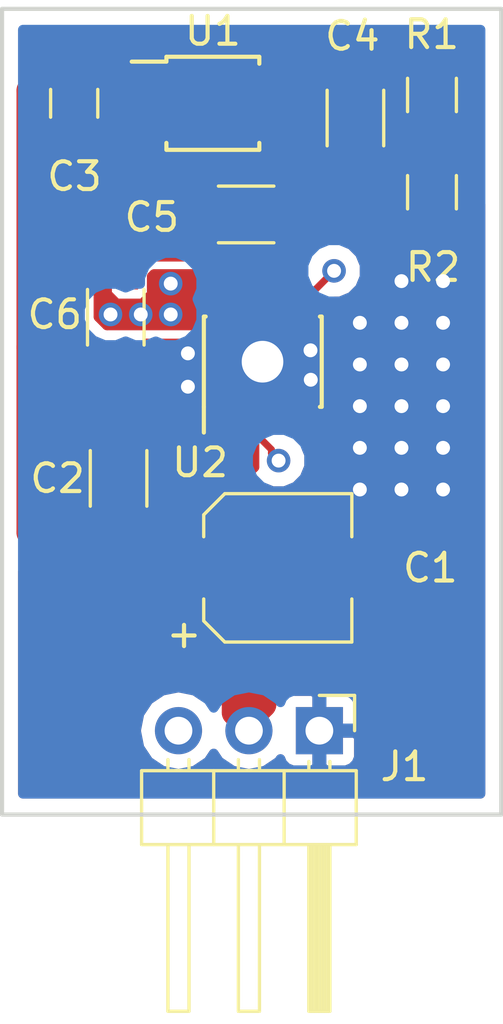
<source format=kicad_pcb>
(kicad_pcb (version 4) (host pcbnew 4.0.7-e2-6376~58~ubuntu16.04.1)

  (general
    (links 41)
    (no_connects 1)
    (area 120.924999 85.924999 139.075001 115.075001)
    (thickness 1.6)
    (drawings 6)
    (tracks 427)
    (zones 0)
    (modules 11)
    (nets 9)
  )

  (page A4)
  (layers
    (0 F.Cu signal)
    (1 In1.Cu signal hide)
    (2 In2.Cu signal hide)
    (31 B.Cu signal hide)
    (33 F.Adhes user)
    (35 F.Paste user)
    (37 F.SilkS user)
    (39 F.Mask user)
    (40 Dwgs.User user)
    (41 Cmts.User user)
    (42 Eco1.User user)
    (43 Eco2.User user)
    (44 Edge.Cuts user)
    (45 Margin user)
    (47 F.CrtYd user)
    (49 F.Fab user hide)
  )

  (setup
    (last_trace_width 0.4)
    (user_trace_width 0.2)
    (user_trace_width 0.25)
    (user_trace_width 0.4)
    (user_trace_width 0.5)
    (user_trace_width 0.7)
    (user_trace_width 1)
    (user_trace_width 1.5)
    (trace_clearance 0.2)
    (zone_clearance 0.5)
    (zone_45_only no)
    (trace_min 0.2)
    (segment_width 0.2)
    (edge_width 0.15)
    (via_size 0.7)
    (via_drill 0.35)
    (via_min_size 0.4)
    (via_min_drill 0.3)
    (user_via 0.85 0.5)
    (user_via 2 1.5)
    (uvia_size 0.3)
    (uvia_drill 0.1)
    (uvias_allowed no)
    (uvia_min_size 0.2)
    (uvia_min_drill 0.1)
    (pcb_text_width 0.3)
    (pcb_text_size 1.5 1.5)
    (mod_edge_width 0.15)
    (mod_text_size 1 1)
    (mod_text_width 0.15)
    (pad_size 1.524 1.524)
    (pad_drill 0.762)
    (pad_to_mask_clearance 0.2)
    (aux_axis_origin 0 0)
    (visible_elements FFFEFF7F)
    (pcbplotparams
      (layerselection 0x00030_80000001)
      (usegerberextensions false)
      (excludeedgelayer true)
      (linewidth 0.100000)
      (plotframeref false)
      (viasonmask false)
      (mode 1)
      (useauxorigin false)
      (hpglpennumber 1)
      (hpglpenspeed 20)
      (hpglpendiameter 15)
      (hpglpenoverlay 2)
      (psnegative false)
      (psa4output false)
      (plotreference true)
      (plotvalue true)
      (plotinvisibletext false)
      (padsonsilk false)
      (subtractmaskfromsilk false)
      (outputformat 1)
      (mirror false)
      (drillshape 1)
      (scaleselection 1)
      (outputdirectory ""))
  )

  (net 0 "")
  (net 1 "Net-(C1-Pad1)")
  (net 2 GND)
  (net 3 "Net-(C4-Pad1)")
  (net 4 "Net-(C5-Pad1)")
  (net 5 "Net-(C6-Pad2)")
  (net 6 "Net-(C6-Pad1)")
  (net 7 "Net-(U2-Pad5)")
  (net 8 "Net-(C3-Pad2)")

  (net_class Default "This is the default net class."
    (clearance 0.2)
    (trace_width 0.25)
    (via_dia 0.7)
    (via_drill 0.35)
    (uvia_dia 0.3)
    (uvia_drill 0.1)
    (add_net GND)
    (add_net "Net-(C1-Pad1)")
    (add_net "Net-(C3-Pad2)")
    (add_net "Net-(C4-Pad1)")
    (add_net "Net-(C5-Pad1)")
    (add_net "Net-(C6-Pad1)")
    (add_net "Net-(C6-Pad2)")
    (add_net "Net-(U2-Pad5)")
  )

  (module Capacitors_SMD:CP_Elec_5x5.7 (layer F.Cu) (tedit 5BAA78C8) (tstamp 5BA94BBA)
    (at 130.94 106.12)
    (descr "SMT capacitor, aluminium electrolytic, 5x5.7")
    (path /5BA96198)
    (attr smd)
    (fp_text reference C1 (at 5.5 0) (layer F.SilkS)
      (effects (font (size 1 1) (thickness 0.15)))
    )
    (fp_text value CP1_Small (at 0 -3.92) (layer F.Fab)
      (effects (font (size 1 1) (thickness 0.15)))
    )
    (fp_circle (center 0 0) (end 0 2.4) (layer F.Fab) (width 0.1))
    (fp_text user + (at -1.4 -0.06) (layer F.Fab)
      (effects (font (size 1 1) (thickness 0.15)))
    )
    (fp_text user + (at -3.38 2.36) (layer F.SilkS)
      (effects (font (size 1 1) (thickness 0.15)))
    )
    (fp_text user %R (at 0 3.92) (layer F.Fab)
      (effects (font (size 1 1) (thickness 0.15)))
    )
    (fp_line (start 2.51 2.51) (end 2.51 -2.51) (layer F.Fab) (width 0.1))
    (fp_line (start -1.84 2.51) (end 2.51 2.51) (layer F.Fab) (width 0.1))
    (fp_line (start -2.51 1.84) (end -1.84 2.51) (layer F.Fab) (width 0.1))
    (fp_line (start -2.51 -1.84) (end -2.51 1.84) (layer F.Fab) (width 0.1))
    (fp_line (start -1.84 -2.51) (end -2.51 -1.84) (layer F.Fab) (width 0.1))
    (fp_line (start 2.51 -2.51) (end -1.84 -2.51) (layer F.Fab) (width 0.1))
    (fp_line (start 2.67 2.67) (end 2.67 1.12) (layer F.SilkS) (width 0.12))
    (fp_line (start 2.67 -2.67) (end 2.67 -1.12) (layer F.SilkS) (width 0.12))
    (fp_line (start -2.67 -1.91) (end -2.67 -1.12) (layer F.SilkS) (width 0.12))
    (fp_line (start -2.67 1.91) (end -2.67 1.12) (layer F.SilkS) (width 0.12))
    (fp_line (start 2.67 -2.67) (end -1.91 -2.67) (layer F.SilkS) (width 0.12))
    (fp_line (start -1.91 -2.67) (end -2.67 -1.91) (layer F.SilkS) (width 0.12))
    (fp_line (start -2.67 1.91) (end -1.91 2.67) (layer F.SilkS) (width 0.12))
    (fp_line (start -1.91 2.67) (end 2.67 2.67) (layer F.SilkS) (width 0.12))
    (fp_line (start -3.95 -2.77) (end 3.95 -2.77) (layer F.CrtYd) (width 0.05))
    (fp_line (start -3.95 -2.77) (end -3.95 2.76) (layer F.CrtYd) (width 0.05))
    (fp_line (start 3.95 2.76) (end 3.95 -2.77) (layer F.CrtYd) (width 0.05))
    (fp_line (start 3.95 2.76) (end -3.95 2.76) (layer F.CrtYd) (width 0.05))
    (pad 1 smd rect (at -2.2 0 180) (size 3 1.6) (layers F.Cu F.Paste F.Mask)
      (net 1 "Net-(C1-Pad1)"))
    (pad 2 smd rect (at 2.2 0 180) (size 3 1.6) (layers F.Cu F.Paste F.Mask)
      (net 2 GND))
    (model Capacitors_SMD.3dshapes/CP_Elec_5x5.7.wrl
      (at (xyz 0 0 0))
      (scale (xyz 1 1 1))
      (rotate (xyz 0 0 180))
    )
  )

  (module Capacitors_SMD:C_1206 (layer F.Cu) (tedit 5BA94E3E) (tstamp 5BA94BCB)
    (at 125.2 102.9 90)
    (descr "Capacitor SMD 1206, reflow soldering, AVX (see smccp.pdf)")
    (tags "capacitor 1206")
    (path /5BA9460A)
    (attr smd)
    (fp_text reference C2 (at 0 -2.2 180) (layer F.SilkS)
      (effects (font (size 1 1) (thickness 0.15)))
    )
    (fp_text value C_Small (at 0 2 90) (layer F.Fab)
      (effects (font (size 1 1) (thickness 0.15)))
    )
    (fp_text user %R (at 0 -1.75 90) (layer F.Fab)
      (effects (font (size 1 1) (thickness 0.15)))
    )
    (fp_line (start -1.6 0.8) (end -1.6 -0.8) (layer F.Fab) (width 0.1))
    (fp_line (start 1.6 0.8) (end -1.6 0.8) (layer F.Fab) (width 0.1))
    (fp_line (start 1.6 -0.8) (end 1.6 0.8) (layer F.Fab) (width 0.1))
    (fp_line (start -1.6 -0.8) (end 1.6 -0.8) (layer F.Fab) (width 0.1))
    (fp_line (start 1 -1.02) (end -1 -1.02) (layer F.SilkS) (width 0.12))
    (fp_line (start -1 1.02) (end 1 1.02) (layer F.SilkS) (width 0.12))
    (fp_line (start -2.25 -1.05) (end 2.25 -1.05) (layer F.CrtYd) (width 0.05))
    (fp_line (start -2.25 -1.05) (end -2.25 1.05) (layer F.CrtYd) (width 0.05))
    (fp_line (start 2.25 1.05) (end 2.25 -1.05) (layer F.CrtYd) (width 0.05))
    (fp_line (start 2.25 1.05) (end -2.25 1.05) (layer F.CrtYd) (width 0.05))
    (pad 1 smd rect (at -1.5 0 90) (size 1 1.6) (layers F.Cu F.Paste F.Mask)
      (net 1 "Net-(C1-Pad1)"))
    (pad 2 smd rect (at 1.5 0 90) (size 1 1.6) (layers F.Cu F.Paste F.Mask)
      (net 2 GND))
    (model Capacitors_SMD.3dshapes/C_1206.wrl
      (at (xyz 0 0 0))
      (scale (xyz 1 1 1))
      (rotate (xyz 0 0 0))
    )
  )

  (module Pin_Headers:Pin_Header_Angled_1x03_Pitch2.54mm (layer F.Cu) (tedit 5BAD1DE0) (tstamp 5BA94C51)
    (at 132.44 111.98 270)
    (descr "Through hole angled pin header, 1x03, 2.54mm pitch, 6mm pin length, single row")
    (tags "Through hole angled pin header THT 1x03 2.54mm single row")
    (path /5BA96091)
    (fp_text reference J1 (at 1.29 -3.07 360) (layer F.SilkS)
      (effects (font (size 1 1) (thickness 0.15)))
    )
    (fp_text value Conn_01x03 (at 4.385 7.35 270) (layer F.Fab)
      (effects (font (size 1 1) (thickness 0.15)))
    )
    (fp_line (start 2.135 -1.27) (end 4.04 -1.27) (layer F.Fab) (width 0.1))
    (fp_line (start 4.04 -1.27) (end 4.04 6.35) (layer F.Fab) (width 0.1))
    (fp_line (start 4.04 6.35) (end 1.5 6.35) (layer F.Fab) (width 0.1))
    (fp_line (start 1.5 6.35) (end 1.5 -0.635) (layer F.Fab) (width 0.1))
    (fp_line (start 1.5 -0.635) (end 2.135 -1.27) (layer F.Fab) (width 0.1))
    (fp_line (start -0.32 -0.32) (end 1.5 -0.32) (layer F.Fab) (width 0.1))
    (fp_line (start -0.32 -0.32) (end -0.32 0.32) (layer F.Fab) (width 0.1))
    (fp_line (start -0.32 0.32) (end 1.5 0.32) (layer F.Fab) (width 0.1))
    (fp_line (start 4.04 -0.32) (end 10.04 -0.32) (layer F.Fab) (width 0.1))
    (fp_line (start 10.04 -0.32) (end 10.04 0.32) (layer F.Fab) (width 0.1))
    (fp_line (start 4.04 0.32) (end 10.04 0.32) (layer F.Fab) (width 0.1))
    (fp_line (start -0.32 2.22) (end 1.5 2.22) (layer F.Fab) (width 0.1))
    (fp_line (start -0.32 2.22) (end -0.32 2.86) (layer F.Fab) (width 0.1))
    (fp_line (start -0.32 2.86) (end 1.5 2.86) (layer F.Fab) (width 0.1))
    (fp_line (start 4.04 2.22) (end 10.04 2.22) (layer F.Fab) (width 0.1))
    (fp_line (start 10.04 2.22) (end 10.04 2.86) (layer F.Fab) (width 0.1))
    (fp_line (start 4.04 2.86) (end 10.04 2.86) (layer F.Fab) (width 0.1))
    (fp_line (start -0.32 4.76) (end 1.5 4.76) (layer F.Fab) (width 0.1))
    (fp_line (start -0.32 4.76) (end -0.32 5.4) (layer F.Fab) (width 0.1))
    (fp_line (start -0.32 5.4) (end 1.5 5.4) (layer F.Fab) (width 0.1))
    (fp_line (start 4.04 4.76) (end 10.04 4.76) (layer F.Fab) (width 0.1))
    (fp_line (start 10.04 4.76) (end 10.04 5.4) (layer F.Fab) (width 0.1))
    (fp_line (start 4.04 5.4) (end 10.04 5.4) (layer F.Fab) (width 0.1))
    (fp_line (start 1.44 -1.33) (end 1.44 6.41) (layer F.SilkS) (width 0.12))
    (fp_line (start 1.44 6.41) (end 4.1 6.41) (layer F.SilkS) (width 0.12))
    (fp_line (start 4.1 6.41) (end 4.1 -1.33) (layer F.SilkS) (width 0.12))
    (fp_line (start 4.1 -1.33) (end 1.44 -1.33) (layer F.SilkS) (width 0.12))
    (fp_line (start 4.1 -0.38) (end 10.1 -0.38) (layer F.SilkS) (width 0.12))
    (fp_line (start 10.1 -0.38) (end 10.1 0.38) (layer F.SilkS) (width 0.12))
    (fp_line (start 10.1 0.38) (end 4.1 0.38) (layer F.SilkS) (width 0.12))
    (fp_line (start 4.1 -0.32) (end 10.1 -0.32) (layer F.SilkS) (width 0.12))
    (fp_line (start 4.1 -0.2) (end 10.1 -0.2) (layer F.SilkS) (width 0.12))
    (fp_line (start 4.1 -0.08) (end 10.1 -0.08) (layer F.SilkS) (width 0.12))
    (fp_line (start 4.1 0.04) (end 10.1 0.04) (layer F.SilkS) (width 0.12))
    (fp_line (start 4.1 0.16) (end 10.1 0.16) (layer F.SilkS) (width 0.12))
    (fp_line (start 4.1 0.28) (end 10.1 0.28) (layer F.SilkS) (width 0.12))
    (fp_line (start 1.11 -0.38) (end 1.44 -0.38) (layer F.SilkS) (width 0.12))
    (fp_line (start 1.11 0.38) (end 1.44 0.38) (layer F.SilkS) (width 0.12))
    (fp_line (start 1.44 1.27) (end 4.1 1.27) (layer F.SilkS) (width 0.12))
    (fp_line (start 4.1 2.16) (end 10.1 2.16) (layer F.SilkS) (width 0.12))
    (fp_line (start 10.1 2.16) (end 10.1 2.92) (layer F.SilkS) (width 0.12))
    (fp_line (start 10.1 2.92) (end 4.1 2.92) (layer F.SilkS) (width 0.12))
    (fp_line (start 1.042929 2.16) (end 1.44 2.16) (layer F.SilkS) (width 0.12))
    (fp_line (start 1.042929 2.92) (end 1.44 2.92) (layer F.SilkS) (width 0.12))
    (fp_line (start 1.44 3.81) (end 4.1 3.81) (layer F.SilkS) (width 0.12))
    (fp_line (start 4.1 4.7) (end 10.1 4.7) (layer F.SilkS) (width 0.12))
    (fp_line (start 10.1 4.7) (end 10.1 5.46) (layer F.SilkS) (width 0.12))
    (fp_line (start 10.1 5.46) (end 4.1 5.46) (layer F.SilkS) (width 0.12))
    (fp_line (start 1.042929 4.7) (end 1.44 4.7) (layer F.SilkS) (width 0.12))
    (fp_line (start 1.042929 5.46) (end 1.44 5.46) (layer F.SilkS) (width 0.12))
    (fp_line (start -1.27 0) (end -1.27 -1.27) (layer F.SilkS) (width 0.12))
    (fp_line (start -1.27 -1.27) (end 0 -1.27) (layer F.SilkS) (width 0.12))
    (fp_line (start -1.8 -1.8) (end -1.8 6.85) (layer F.CrtYd) (width 0.05))
    (fp_line (start -1.8 6.85) (end 10.55 6.85) (layer F.CrtYd) (width 0.05))
    (fp_line (start 10.55 6.85) (end 10.55 -1.8) (layer F.CrtYd) (width 0.05))
    (fp_line (start 10.55 -1.8) (end -1.8 -1.8) (layer F.CrtYd) (width 0.05))
    (fp_text user %R (at 2.77 2.54 360) (layer F.Fab)
      (effects (font (size 1 1) (thickness 0.15)))
    )
    (pad 1 thru_hole rect (at 0 0 270) (size 1.7 1.7) (drill 1) (layers *.Cu *.Mask)
      (net 2 GND))
    (pad 2 thru_hole oval (at 0 2.54 270) (size 1.7 1.7) (drill 1) (layers *.Cu *.Mask)
      (net 1 "Net-(C1-Pad1)"))
    (pad 3 thru_hole oval (at 0 5.08 270) (size 1.7 1.7) (drill 1) (layers *.Cu *.Mask)
      (net 5 "Net-(C6-Pad2)"))
    (model ${KISYS3DMOD}/Pin_Headers.3dshapes/Pin_Header_Angled_1x03_Pitch2.54mm.wrl
      (at (xyz 0 0 0))
      (scale (xyz 1 1 1))
      (rotate (xyz 0 0 0))
    )
  )

  (module Capacitors_SMD:C_0805 (layer F.Cu) (tedit 5BABA153) (tstamp 5BA94BDC)
    (at 123.6 89.4 270)
    (descr "Capacitor SMD 0805, reflow soldering, AVX (see smccp.pdf)")
    (tags "capacitor 0805")
    (path /5BA94824)
    (attr smd)
    (fp_text reference C3 (at 2.63 -0.01 360) (layer F.SilkS)
      (effects (font (size 1 1) (thickness 0.15)))
    )
    (fp_text value C_Small (at 0 1.75 270) (layer F.Fab)
      (effects (font (size 1 1) (thickness 0.15)))
    )
    (fp_text user %R (at 0 -1.5 270) (layer F.Fab)
      (effects (font (size 1 1) (thickness 0.15)))
    )
    (fp_line (start -1 0.62) (end -1 -0.62) (layer F.Fab) (width 0.1))
    (fp_line (start 1 0.62) (end -1 0.62) (layer F.Fab) (width 0.1))
    (fp_line (start 1 -0.62) (end 1 0.62) (layer F.Fab) (width 0.1))
    (fp_line (start -1 -0.62) (end 1 -0.62) (layer F.Fab) (width 0.1))
    (fp_line (start 0.5 -0.85) (end -0.5 -0.85) (layer F.SilkS) (width 0.12))
    (fp_line (start -0.5 0.85) (end 0.5 0.85) (layer F.SilkS) (width 0.12))
    (fp_line (start -1.75 -0.88) (end 1.75 -0.88) (layer F.CrtYd) (width 0.05))
    (fp_line (start -1.75 -0.88) (end -1.75 0.87) (layer F.CrtYd) (width 0.05))
    (fp_line (start 1.75 0.87) (end 1.75 -0.88) (layer F.CrtYd) (width 0.05))
    (fp_line (start 1.75 0.87) (end -1.75 0.87) (layer F.CrtYd) (width 0.05))
    (pad 1 smd rect (at -1 0 270) (size 1 1.25) (layers F.Cu F.Paste F.Mask)
      (net 1 "Net-(C1-Pad1)"))
    (pad 2 smd rect (at 1 0 270) (size 1 1.25) (layers F.Cu F.Paste F.Mask)
      (net 8 "Net-(C3-Pad2)"))
    (model Capacitors_SMD.3dshapes/C_0805.wrl
      (at (xyz 0 0 0))
      (scale (xyz 1 1 1))
      (rotate (xyz 0 0 0))
    )
  )

  (module Capacitors_SMD:C_1206 (layer F.Cu) (tedit 5BABA162) (tstamp 5BA94BED)
    (at 133.74 89.93 270)
    (descr "Capacitor SMD 1206, reflow soldering, AVX (see smccp.pdf)")
    (tags "capacitor 1206")
    (path /5BA948D4)
    (attr smd)
    (fp_text reference C4 (at -2.95 0.11 360) (layer F.SilkS)
      (effects (font (size 1 1) (thickness 0.15)))
    )
    (fp_text value C_Small (at 0 2 270) (layer F.Fab)
      (effects (font (size 1 1) (thickness 0.15)))
    )
    (fp_text user %R (at -3.4 -2.7 360) (layer F.Fab)
      (effects (font (size 1 1) (thickness 0.15)))
    )
    (fp_line (start -1.6 0.8) (end -1.6 -0.8) (layer F.Fab) (width 0.1))
    (fp_line (start 1.6 0.8) (end -1.6 0.8) (layer F.Fab) (width 0.1))
    (fp_line (start 1.6 -0.8) (end 1.6 0.8) (layer F.Fab) (width 0.1))
    (fp_line (start -1.6 -0.8) (end 1.6 -0.8) (layer F.Fab) (width 0.1))
    (fp_line (start 1 -1.02) (end -1 -1.02) (layer F.SilkS) (width 0.12))
    (fp_line (start -1 1.02) (end 1 1.02) (layer F.SilkS) (width 0.12))
    (fp_line (start -2.25 -1.05) (end 2.25 -1.05) (layer F.CrtYd) (width 0.05))
    (fp_line (start -2.25 -1.05) (end -2.25 1.05) (layer F.CrtYd) (width 0.05))
    (fp_line (start 2.25 1.05) (end 2.25 -1.05) (layer F.CrtYd) (width 0.05))
    (fp_line (start 2.25 1.05) (end -2.25 1.05) (layer F.CrtYd) (width 0.05))
    (pad 1 smd rect (at -1.5 0 270) (size 1 1.6) (layers F.Cu F.Paste F.Mask)
      (net 3 "Net-(C4-Pad1)"))
    (pad 2 smd rect (at 1.5 0 270) (size 1 1.6) (layers F.Cu F.Paste F.Mask)
      (net 8 "Net-(C3-Pad2)"))
    (model Capacitors_SMD.3dshapes/C_1206.wrl
      (at (xyz 0 0 0))
      (scale (xyz 1 1 1))
      (rotate (xyz 0 0 0))
    )
  )

  (module Capacitors_SMD:C_1206 (layer F.Cu) (tedit 5BA94E51) (tstamp 5BA94BFE)
    (at 129.8 93.4 180)
    (descr "Capacitor SMD 1206, reflow soldering, AVX (see smccp.pdf)")
    (tags "capacitor 1206")
    (path /5BA949AA)
    (attr smd)
    (fp_text reference C5 (at 3.4 -0.1 180) (layer F.SilkS)
      (effects (font (size 1 1) (thickness 0.15)))
    )
    (fp_text value C_Small (at 0 2 180) (layer F.Fab)
      (effects (font (size 1 1) (thickness 0.15)))
    )
    (fp_text user %R (at 0 -1.75 180) (layer F.Fab)
      (effects (font (size 1 1) (thickness 0.15)))
    )
    (fp_line (start -1.6 0.8) (end -1.6 -0.8) (layer F.Fab) (width 0.1))
    (fp_line (start 1.6 0.8) (end -1.6 0.8) (layer F.Fab) (width 0.1))
    (fp_line (start 1.6 -0.8) (end 1.6 0.8) (layer F.Fab) (width 0.1))
    (fp_line (start -1.6 -0.8) (end 1.6 -0.8) (layer F.Fab) (width 0.1))
    (fp_line (start 1 -1.02) (end -1 -1.02) (layer F.SilkS) (width 0.12))
    (fp_line (start -1 1.02) (end 1 1.02) (layer F.SilkS) (width 0.12))
    (fp_line (start -2.25 -1.05) (end 2.25 -1.05) (layer F.CrtYd) (width 0.05))
    (fp_line (start -2.25 -1.05) (end -2.25 1.05) (layer F.CrtYd) (width 0.05))
    (fp_line (start 2.25 1.05) (end 2.25 -1.05) (layer F.CrtYd) (width 0.05))
    (fp_line (start 2.25 1.05) (end -2.25 1.05) (layer F.CrtYd) (width 0.05))
    (pad 1 smd rect (at -1.5 0 180) (size 1 1.6) (layers F.Cu F.Paste F.Mask)
      (net 4 "Net-(C5-Pad1)"))
    (pad 2 smd rect (at 1.5 0 180) (size 1 1.6) (layers F.Cu F.Paste F.Mask)
      (net 8 "Net-(C3-Pad2)"))
    (model Capacitors_SMD.3dshapes/C_1206.wrl
      (at (xyz 0 0 0))
      (scale (xyz 1 1 1))
      (rotate (xyz 0 0 0))
    )
  )

  (module MyFootprints:C_1206_split (layer F.Cu) (tedit 5BA94D90) (tstamp 5BA94C11)
    (at 125.1 97.1 270)
    (descr "Capacitor SMD 1206, reflow soldering, AVX (see smccp.pdf)")
    (tags "capacitor 1206")
    (path /5BA94B16)
    (attr smd)
    (fp_text reference C6 (at -0.1 2.2 360) (layer F.SilkS)
      (effects (font (size 1 1) (thickness 0.15)))
    )
    (fp_text value c_small_split (at 0 2 270) (layer F.Fab)
      (effects (font (size 1 1) (thickness 0.15)))
    )
    (fp_text user %R (at 0 -1.75 270) (layer F.Fab)
      (effects (font (size 1 1) (thickness 0.15)))
    )
    (fp_line (start -1.6 0.8) (end -1.6 -0.8) (layer F.Fab) (width 0.1))
    (fp_line (start 1.6 0.8) (end -1.6 0.8) (layer F.Fab) (width 0.1))
    (fp_line (start 1.6 -0.8) (end 1.6 0.8) (layer F.Fab) (width 0.1))
    (fp_line (start -1.6 -0.8) (end 1.6 -0.8) (layer F.Fab) (width 0.1))
    (fp_line (start 1 -1.02) (end -1 -1.02) (layer F.SilkS) (width 0.12))
    (fp_line (start -1 1.02) (end 1 1.02) (layer F.SilkS) (width 0.12))
    (fp_line (start -2.25 -1.05) (end 2.25 -1.05) (layer F.CrtYd) (width 0.05))
    (fp_line (start -2.25 -1.05) (end -2.25 1.05) (layer F.CrtYd) (width 0.05))
    (fp_line (start 2.25 1.05) (end 2.25 -1.05) (layer F.CrtYd) (width 0.05))
    (fp_line (start 2.25 1.05) (end -2.25 1.05) (layer F.CrtYd) (width 0.05))
    (pad 3 smd rect (at 1.6 0.47 270) (size 1.2 0.65) (layers F.Cu F.Paste F.Mask)
      (net 8 "Net-(C3-Pad2)"))
    (pad 2 smd rect (at -1.6 0.47 270) (size 1.2 0.65) (layers F.Cu F.Paste F.Mask)
      (net 5 "Net-(C6-Pad2)"))
    (pad 1 smd rect (at -1.6 -0.48 270) (size 1.2 0.65) (layers F.Cu F.Paste F.Mask)
      (net 6 "Net-(C6-Pad1)"))
    (pad 4 smd rect (at 1.6 -0.48 270) (size 1.2 0.65) (layers F.Cu F.Paste F.Mask)
      (net 2 GND))
    (model Capacitors_SMD.3dshapes/C_1206.wrl
      (at (xyz 0 0 0))
      (scale (xyz 1 1 1))
      (rotate (xyz 0 0 0))
    )
  )

  (module Resistors_SMD:R_0805 (layer F.Cu) (tedit 5BABA150) (tstamp 5BA94C62)
    (at 136.5 89.1 90)
    (descr "Resistor SMD 0805, reflow soldering, Vishay (see dcrcw.pdf)")
    (tags "resistor 0805")
    (path /5BA94695)
    (attr smd)
    (fp_text reference R1 (at 2.18 -0.01 180) (layer F.SilkS)
      (effects (font (size 1 1) (thickness 0.15)))
    )
    (fp_text value R_Small (at 0 1.75 90) (layer F.Fab)
      (effects (font (size 1 1) (thickness 0.15)))
    )
    (fp_text user %R (at 0 0 90) (layer F.Fab)
      (effects (font (size 0.5 0.5) (thickness 0.075)))
    )
    (fp_line (start -1 0.62) (end -1 -0.62) (layer F.Fab) (width 0.1))
    (fp_line (start 1 0.62) (end -1 0.62) (layer F.Fab) (width 0.1))
    (fp_line (start 1 -0.62) (end 1 0.62) (layer F.Fab) (width 0.1))
    (fp_line (start -1 -0.62) (end 1 -0.62) (layer F.Fab) (width 0.1))
    (fp_line (start 0.6 0.88) (end -0.6 0.88) (layer F.SilkS) (width 0.12))
    (fp_line (start -0.6 -0.88) (end 0.6 -0.88) (layer F.SilkS) (width 0.12))
    (fp_line (start -1.55 -0.9) (end 1.55 -0.9) (layer F.CrtYd) (width 0.05))
    (fp_line (start -1.55 -0.9) (end -1.55 0.9) (layer F.CrtYd) (width 0.05))
    (fp_line (start 1.55 0.9) (end 1.55 -0.9) (layer F.CrtYd) (width 0.05))
    (fp_line (start 1.55 0.9) (end -1.55 0.9) (layer F.CrtYd) (width 0.05))
    (pad 1 smd rect (at -0.95 0 90) (size 0.7 1.3) (layers F.Cu F.Paste F.Mask)
      (net 4 "Net-(C5-Pad1)"))
    (pad 2 smd rect (at 0.95 0 90) (size 0.7 1.3) (layers F.Cu F.Paste F.Mask)
      (net 3 "Net-(C4-Pad1)"))
    (model ${KISYS3DMOD}/Resistors_SMD.3dshapes/R_0805.wrl
      (at (xyz 0 0 0))
      (scale (xyz 1 1 1))
      (rotate (xyz 0 0 0))
    )
  )

  (module Resistors_SMD:R_0805 (layer F.Cu) (tedit 5BABA14C) (tstamp 5BA94C73)
    (at 136.5 92.6 270)
    (descr "Resistor SMD 0805, reflow soldering, Vishay (see dcrcw.pdf)")
    (tags "resistor 0805")
    (path /5BA94A4C)
    (attr smd)
    (fp_text reference R2 (at 2.7 -0.04 360) (layer F.SilkS)
      (effects (font (size 1 1) (thickness 0.15)))
    )
    (fp_text value R_Small (at 0 1.75 270) (layer F.Fab)
      (effects (font (size 1 1) (thickness 0.15)))
    )
    (fp_text user %R (at 0 0 270) (layer F.Fab)
      (effects (font (size 0.5 0.5) (thickness 0.075)))
    )
    (fp_line (start -1 0.62) (end -1 -0.62) (layer F.Fab) (width 0.1))
    (fp_line (start 1 0.62) (end -1 0.62) (layer F.Fab) (width 0.1))
    (fp_line (start 1 -0.62) (end 1 0.62) (layer F.Fab) (width 0.1))
    (fp_line (start -1 -0.62) (end 1 -0.62) (layer F.Fab) (width 0.1))
    (fp_line (start 0.6 0.88) (end -0.6 0.88) (layer F.SilkS) (width 0.12))
    (fp_line (start -0.6 -0.88) (end 0.6 -0.88) (layer F.SilkS) (width 0.12))
    (fp_line (start -1.55 -0.9) (end 1.55 -0.9) (layer F.CrtYd) (width 0.05))
    (fp_line (start -1.55 -0.9) (end -1.55 0.9) (layer F.CrtYd) (width 0.05))
    (fp_line (start 1.55 0.9) (end 1.55 -0.9) (layer F.CrtYd) (width 0.05))
    (fp_line (start 1.55 0.9) (end -1.55 0.9) (layer F.CrtYd) (width 0.05))
    (pad 1 smd rect (at -0.95 0 270) (size 0.7 1.3) (layers F.Cu F.Paste F.Mask)
      (net 8 "Net-(C3-Pad2)"))
    (pad 2 smd rect (at 0.95 0 270) (size 0.7 1.3) (layers F.Cu F.Paste F.Mask)
      (net 4 "Net-(C5-Pad1)"))
    (model ${KISYS3DMOD}/Resistors_SMD.3dshapes/R_0805.wrl
      (at (xyz 0 0 0))
      (scale (xyz 1 1 1))
      (rotate (xyz 0 0 0))
    )
  )

  (module Housings_SSOP:MSOP-8_3x3mm_Pitch0.65mm (layer F.Cu) (tedit 54130A77) (tstamp 5BA94C90)
    (at 128.6 89.4)
    (descr "8-Lead Plastic Micro Small Outline Package (MS) [MSOP] (see Microchip Packaging Specification 00000049BS.pdf)")
    (tags "SSOP 0.65")
    (path /5BA93EF9)
    (attr smd)
    (fp_text reference U1 (at 0 -2.6) (layer F.SilkS)
      (effects (font (size 1 1) (thickness 0.15)))
    )
    (fp_text value LTC6655 (at 0 2.6) (layer F.Fab)
      (effects (font (size 1 1) (thickness 0.15)))
    )
    (fp_line (start -0.5 -1.5) (end 1.5 -1.5) (layer F.Fab) (width 0.15))
    (fp_line (start 1.5 -1.5) (end 1.5 1.5) (layer F.Fab) (width 0.15))
    (fp_line (start 1.5 1.5) (end -1.5 1.5) (layer F.Fab) (width 0.15))
    (fp_line (start -1.5 1.5) (end -1.5 -0.5) (layer F.Fab) (width 0.15))
    (fp_line (start -1.5 -0.5) (end -0.5 -1.5) (layer F.Fab) (width 0.15))
    (fp_line (start -3.2 -1.85) (end -3.2 1.85) (layer F.CrtYd) (width 0.05))
    (fp_line (start 3.2 -1.85) (end 3.2 1.85) (layer F.CrtYd) (width 0.05))
    (fp_line (start -3.2 -1.85) (end 3.2 -1.85) (layer F.CrtYd) (width 0.05))
    (fp_line (start -3.2 1.85) (end 3.2 1.85) (layer F.CrtYd) (width 0.05))
    (fp_line (start -1.675 -1.675) (end -1.675 -1.5) (layer F.SilkS) (width 0.15))
    (fp_line (start 1.675 -1.675) (end 1.675 -1.425) (layer F.SilkS) (width 0.15))
    (fp_line (start 1.675 1.675) (end 1.675 1.425) (layer F.SilkS) (width 0.15))
    (fp_line (start -1.675 1.675) (end -1.675 1.425) (layer F.SilkS) (width 0.15))
    (fp_line (start -1.675 -1.675) (end 1.675 -1.675) (layer F.SilkS) (width 0.15))
    (fp_line (start -1.675 1.675) (end 1.675 1.675) (layer F.SilkS) (width 0.15))
    (fp_line (start -1.675 -1.5) (end -2.925 -1.5) (layer F.SilkS) (width 0.15))
    (fp_text user %R (at 0 0) (layer F.Fab)
      (effects (font (size 0.6 0.6) (thickness 0.15)))
    )
    (pad 1 smd rect (at -2.2 -0.975) (size 1.45 0.45) (layers F.Cu F.Paste F.Mask)
      (net 1 "Net-(C1-Pad1)"))
    (pad 2 smd rect (at -2.2 -0.325) (size 1.45 0.45) (layers F.Cu F.Paste F.Mask)
      (net 1 "Net-(C1-Pad1)"))
    (pad 3 smd rect (at -2.2 0.325) (size 1.45 0.45) (layers F.Cu F.Paste F.Mask)
      (net 8 "Net-(C3-Pad2)"))
    (pad 4 smd rect (at -2.2 0.975) (size 1.45 0.45) (layers F.Cu F.Paste F.Mask)
      (net 8 "Net-(C3-Pad2)"))
    (pad 5 smd rect (at 2.2 0.975) (size 1.45 0.45) (layers F.Cu F.Paste F.Mask)
      (net 8 "Net-(C3-Pad2)"))
    (pad 6 smd rect (at 2.2 0.325) (size 1.45 0.45) (layers F.Cu F.Paste F.Mask)
      (net 3 "Net-(C4-Pad1)"))
    (pad 7 smd rect (at 2.2 -0.325) (size 1.45 0.45) (layers F.Cu F.Paste F.Mask)
      (net 3 "Net-(C4-Pad1)"))
    (pad 8 smd rect (at 2.2 -0.975) (size 1.45 0.45) (layers F.Cu F.Paste F.Mask)
      (net 8 "Net-(C3-Pad2)"))
    (model ${KISYS3DMOD}/Housings_SSOP.3dshapes/MSOP-8_3x3mm_Pitch0.65mm.wrl
      (at (xyz 0 0 0))
      (scale (xyz 1 1 1))
      (rotate (xyz 0 0 0))
    )
  )

  (module Housings_SSOP:MSOP-12-1EP_3x4mm_Pitch0.65mm (layer F.Cu) (tedit 5BAD1DEB) (tstamp 5BA94CB8)
    (at 130.4 98.7 90)
    (descr "MSE Package; 12-Lead Plastic MSOP, Exposed Die Pad; (see Linear Technology 05081666_G_MSE12.pdf)")
    (tags "SSOP 0.65")
    (path /5BA93EB4)
    (attr smd)
    (fp_text reference U2 (at -3.63 -2.26 180) (layer F.SilkS)
      (effects (font (size 1 1) (thickness 0.15)))
    )
    (fp_text value LT3045EMSE (at 0 3.05 90) (layer F.Fab)
      (effects (font (size 1 1) (thickness 0.15)))
    )
    (fp_line (start -0.5 -2) (end 1.5 -2) (layer F.Fab) (width 0.15))
    (fp_line (start 1.5 -2) (end 1.5 2) (layer F.Fab) (width 0.15))
    (fp_line (start 1.5 2) (end -1.5 2) (layer F.Fab) (width 0.15))
    (fp_line (start -1.5 2) (end -1.5 -1) (layer F.Fab) (width 0.15))
    (fp_line (start -1.5 -1) (end -0.5 -2) (layer F.Fab) (width 0.15))
    (fp_line (start -2.8 -2.3) (end -2.8 2.3) (layer F.CrtYd) (width 0.05))
    (fp_line (start 2.8 -2.3) (end 2.8 2.3) (layer F.CrtYd) (width 0.05))
    (fp_line (start -2.8 -2.3) (end 2.8 -2.3) (layer F.CrtYd) (width 0.05))
    (fp_line (start -2.8 2.3) (end 2.8 2.3) (layer F.CrtYd) (width 0.05))
    (fp_line (start 1.625 -2.125) (end 1.625 -2.06) (layer F.SilkS) (width 0.15))
    (fp_line (start 1.625 2.125) (end 1.625 2.06) (layer F.SilkS) (width 0.15))
    (fp_line (start -1.625 2.125) (end -1.625 2.06) (layer F.SilkS) (width 0.15))
    (fp_line (start -1.625 -2.125) (end 1.625 -2.125) (layer F.SilkS) (width 0.15))
    (fp_line (start -1.625 2.125) (end 1.625 2.125) (layer F.SilkS) (width 0.15))
    (fp_line (start -1.625 -2.125) (end -2.55 -2.125) (layer F.SilkS) (width 0.15))
    (fp_text user %R (at 0 0 90) (layer F.Fab)
      (effects (font (size 0.6 0.6) (thickness 0.15)))
    )
    (pad 1 smd rect (at -2.105 -1.625 90) (size 0.89 0.42) (layers F.Cu F.Paste F.Mask)
      (net 1 "Net-(C1-Pad1)"))
    (pad 2 smd rect (at -2.105 -0.975 90) (size 0.89 0.42) (layers F.Cu F.Paste F.Mask)
      (net 1 "Net-(C1-Pad1)"))
    (pad 3 smd rect (at -2.105 -0.325 90) (size 0.89 0.42) (layers F.Cu F.Paste F.Mask)
      (net 1 "Net-(C1-Pad1)"))
    (pad 4 smd rect (at -2.105 0.325 90) (size 0.89 0.42) (layers F.Cu F.Paste F.Mask)
      (net 1 "Net-(C1-Pad1)"))
    (pad 5 smd rect (at -2.105 0.975 90) (size 0.89 0.42) (layers F.Cu F.Paste F.Mask)
      (net 7 "Net-(U2-Pad5)"))
    (pad 6 smd rect (at -2.105 1.625 90) (size 0.89 0.42) (layers F.Cu F.Paste F.Mask)
      (net 2 GND))
    (pad 7 smd rect (at 2.105 1.625 90) (size 0.89 0.42) (layers F.Cu F.Paste F.Mask)
      (net 1 "Net-(C1-Pad1)"))
    (pad 8 smd rect (at 2.105 0.975 90) (size 0.89 0.42) (layers F.Cu F.Paste F.Mask)
      (net 4 "Net-(C5-Pad1)"))
    (pad 9 smd rect (at 2.105 0.325 90) (size 0.89 0.42) (layers F.Cu F.Paste F.Mask)
      (net 2 GND))
    (pad 10 smd rect (at 2.105 -0.325 90) (size 0.89 0.42) (layers F.Cu F.Paste F.Mask)
      (net 6 "Net-(C6-Pad1)"))
    (pad 11 smd rect (at 2.105 -0.975 90) (size 0.89 0.42) (layers F.Cu F.Paste F.Mask)
      (net 5 "Net-(C6-Pad2)"))
    (pad 12 smd rect (at 2.105 -1.625 90) (size 0.89 0.42) (layers F.Cu F.Paste F.Mask)
      (net 5 "Net-(C6-Pad2)"))
    (pad 13 smd rect (at 0.4125 1.06875 90) (size 0.825 0.7125) (layers F.Cu F.Paste F.Mask)
      (net 2 GND) (solder_paste_margin_ratio -0.2))
    (pad 13 smd rect (at 0.4125 0.35625 90) (size 0.825 0.7125) (layers F.Cu F.Paste F.Mask)
      (net 2 GND) (solder_paste_margin_ratio -0.2))
    (pad 13 smd rect (at 0.4125 -0.35625 90) (size 0.825 0.7125) (layers F.Cu F.Paste F.Mask)
      (net 2 GND) (solder_paste_margin_ratio -0.2))
    (pad 13 smd rect (at 0.4125 -1.06875 90) (size 0.825 0.7125) (layers F.Cu F.Paste F.Mask)
      (net 2 GND) (solder_paste_margin_ratio -0.2))
    (pad 13 smd rect (at -0.4125 1.06875 90) (size 0.825 0.7125) (layers F.Cu F.Paste F.Mask)
      (net 2 GND) (solder_paste_margin_ratio -0.2))
    (pad 13 smd rect (at -0.4125 0.35625 90) (size 0.825 0.7125) (layers F.Cu F.Paste F.Mask)
      (net 2 GND) (solder_paste_margin_ratio -0.2))
    (pad 13 smd rect (at -0.4125 -0.35625 90) (size 0.825 0.7125) (layers F.Cu F.Paste F.Mask)
      (net 2 GND) (solder_paste_margin_ratio -0.2))
    (pad 13 smd rect (at -0.4125 -1.06875 90) (size 0.825 0.7125) (layers F.Cu F.Paste F.Mask)
      (net 2 GND) (solder_paste_margin_ratio -0.2))
    (model ${KISYS3DMOD}/Housings_SSOP.3dshapes/MSOP-12-1EP_3x4mm_Pitch0.65mm.wrl
      (at (xyz 0 0 0))
      (scale (xyz 1 1 1))
      (rotate (xyz 0 0 0))
    )
  )

  (gr_line (start 121 115) (end 139 115) (angle 90) (layer Edge.Cuts) (width 0.15))
  (gr_line (start 139 115) (end 139 111) (angle 90) (layer Edge.Cuts) (width 0.15))
  (gr_line (start 121 115) (end 121 111) (angle 90) (layer Edge.Cuts) (width 0.15))
  (gr_line (start 139 86) (end 121 86) (angle 90) (layer Edge.Cuts) (width 0.15))
  (gr_line (start 139 111) (end 139 86) (angle 90) (layer Edge.Cuts) (width 0.15))
  (gr_line (start 121 86) (end 121 111) (angle 90) (layer Edge.Cuts) (width 0.15))

  (segment (start 124.21 106.31) (end 123.96 106.31) (width 1) (layer F.Cu) (net 1))
  (segment (start 123.96 106.31) (end 122.86 105.21) (width 1) (layer F.Cu) (net 1) (tstamp 5BAD1221))
  (segment (start 122.86 105.21) (end 122.86 99.02) (width 1) (layer F.Cu) (net 1) (tstamp 5BAD1223))
  (segment (start 122.86 99.02) (end 122.02 98.18) (width 1) (layer F.Cu) (net 1) (tstamp 5BAD1225))
  (segment (start 124.91 105.54) (end 124.91 105.61) (width 1) (layer F.Cu) (net 1))
  (segment (start 124.91 105.61) (end 124.21 106.31) (width 1) (layer F.Cu) (net 1) (tstamp 5BAD121C))
  (segment (start 123.6 88.4) (end 122.56 88.4) (width 1) (layer F.Cu) (net 1))
  (segment (start 122.56 88.4) (end 122.02 88.94) (width 1) (layer F.Cu) (net 1) (tstamp 5BAD120E))
  (segment (start 122.02 88.94) (end 122.02 98.18) (width 1) (layer F.Cu) (net 1) (tstamp 5BAD1210))
  (segment (start 122.02 98.18) (end 122.02 104.85) (width 1) (layer F.Cu) (net 1) (tstamp 5BAD1229))
  (segment (start 122.02 104.85) (end 123.48 106.31) (width 1) (layer F.Cu) (net 1) (tstamp 5BAD1213))
  (segment (start 123.48 106.31) (end 124.21 106.31) (width 1) (layer F.Cu) (net 1) (tstamp 5BAD1219))
  (segment (start 124.21 106.31) (end 125.68 106.31) (width 1) (layer F.Cu) (net 1) (tstamp 5BAD121F))
  (segment (start 129.9 111.98) (end 129.9 111.8) (width 1) (layer F.Cu) (net 1))
  (segment (start 129.9 111.8) (end 129.42 111.32) (width 1) (layer F.Cu) (net 1) (tstamp 5BAD11B0))
  (segment (start 129.42 111.32) (end 129.42 107.62) (width 1) (layer F.Cu) (net 1) (tstamp 5BAD11B2))
  (segment (start 129.42 107.62) (end 128.74 106.94) (width 1) (layer F.Cu) (net 1) (tstamp 5BAD11B3))
  (segment (start 128.74 106.94) (end 128.74 106.12) (width 1) (layer F.Cu) (net 1) (tstamp 5BAD11B5))
  (segment (start 129.9 111.98) (end 129.9 111.52) (width 1) (layer F.Cu) (net 1))
  (segment (start 129.9 111.52) (end 130.39 111.03) (width 1) (layer F.Cu) (net 1) (tstamp 5BAD11A0))
  (segment (start 130.39 111.03) (end 130.39 106.83) (width 1) (layer F.Cu) (net 1) (tstamp 5BAD11A3))
  (segment (start 130.39 106.83) (end 129.68 106.12) (width 1) (layer F.Cu) (net 1) (tstamp 5BAD11A4))
  (segment (start 129.68 106.12) (end 128.74 106.12) (width 1) (layer F.Cu) (net 1) (tstamp 5BAD11A6))
  (segment (start 129.9 111.98) (end 129.9 107.28) (width 1) (layer F.Cu) (net 1))
  (segment (start 129.9 107.28) (end 128.74 106.12) (width 1) (layer F.Cu) (net 1) (tstamp 5BAD119C))
  (segment (start 125.2 104.4) (end 125.2 104.56) (width 1) (layer F.Cu) (net 1))
  (segment (start 125.2 104.56) (end 124.91 104.85) (width 1) (layer F.Cu) (net 1) (tstamp 5BAD1103))
  (segment (start 124.91 104.85) (end 124.91 105.54) (width 1) (layer F.Cu) (net 1) (tstamp 5BAD1104))
  (segment (start 124.91 105.54) (end 125.68 106.31) (width 1) (layer F.Cu) (net 1) (tstamp 5BAD1105))
  (segment (start 125.68 106.31) (end 128.55 106.31) (width 1) (layer F.Cu) (net 1) (tstamp 5BAD1106))
  (segment (start 128.55 106.31) (end 128.74 106.12) (width 1) (layer F.Cu) (net 1) (tstamp 5BAD1107))
  (segment (start 128.74 106.12) (end 127.54 106.12) (width 1) (layer F.Cu) (net 1))
  (segment (start 127.54 106.12) (end 127.24 105.82) (width 1) (layer F.Cu) (net 1) (tstamp 5BAD10FD))
  (segment (start 127.24 105.82) (end 125.74 105.82) (width 1) (layer F.Cu) (net 1) (tstamp 5BAD10FE))
  (segment (start 125.74 105.82) (end 125.2 105.28) (width 1) (layer F.Cu) (net 1) (tstamp 5BAD10FF))
  (segment (start 125.2 105.28) (end 125.2 104.4) (width 1) (layer F.Cu) (net 1) (tstamp 5BAD1100))
  (segment (start 128.74 106.12) (end 128.74 106.39) (width 1) (layer F.Cu) (net 1))
  (segment (start 129.53 106.12) (end 128.74 106.12) (width 1) (layer F.Cu) (net 1) (tstamp 5BAD10EF))
  (segment (start 129.12 101.54) (end 128.81 101.54) (width 0.4) (layer F.Cu) (net 1))
  (segment (start 128.81 101.54) (end 127.41 102.94) (width 0.4) (layer F.Cu) (net 1) (tstamp 5BACFD78))
  (segment (start 129.19 101.54) (end 129.12 101.54) (width 0.4) (layer F.Cu) (net 1))
  (segment (start 127.42 103.24) (end 127.09 103.24) (width 0.4) (layer F.Cu) (net 1) (tstamp 5BACFD75))
  (segment (start 129.12 101.54) (end 127.42 103.24) (width 0.4) (layer F.Cu) (net 1) (tstamp 5BACFD74))
  (segment (start 129.59 101.76) (end 129.42 101.76) (width 0.4) (layer F.Cu) (net 1))
  (segment (start 127.64 103.54) (end 126.82 103.54) (width 0.4) (layer F.Cu) (net 1) (tstamp 5BACFD6F))
  (segment (start 129.42 101.76) (end 127.64 103.54) (width 0.4) (layer F.Cu) (net 1) (tstamp 5BACFD6E))
  (segment (start 129.59 101.76) (end 129.59 101.76) (width 0.4) (layer F.Cu) (net 1))
  (segment (start 129.59 101.76) (end 129.59 102.11) (width 0.4) (layer F.Cu) (net 1) (tstamp 5BACFD6C))
  (segment (start 127.91 103.79) (end 126.54 103.79) (width 0.4) (layer F.Cu) (net 1) (tstamp 5BACFD69))
  (segment (start 129.59 102.11) (end 127.91 103.79) (width 0.4) (layer F.Cu) (net 1) (tstamp 5BACFD68))
  (segment (start 126.155 104.075) (end 128.065 104.075) (width 0.4) (layer F.Cu) (net 1))
  (segment (start 129.82 102.32) (end 129.82 102.05) (width 0.4) (layer F.Cu) (net 1) (tstamp 5BACFD63))
  (segment (start 128.065 104.075) (end 129.82 102.32) (width 0.4) (layer F.Cu) (net 1) (tstamp 5BACFD62))
  (segment (start 125.2 104.4) (end 125.83 104.4) (width 0.4) (layer F.Cu) (net 1))
  (segment (start 125.83 104.4) (end 126.155 104.075) (width 0.4) (layer F.Cu) (net 1) (tstamp 5BACFD58))
  (segment (start 126.155 104.075) (end 126.26 103.97) (width 0.4) (layer F.Cu) (net 1) (tstamp 5BACFD60))
  (segment (start 128.28 101.76) (end 129.59 101.76) (width 0.4) (layer F.Cu) (net 1) (tstamp 5BACFD5B))
  (segment (start 129.59 101.76) (end 129.8 101.76) (width 0.4) (layer F.Cu) (net 1) (tstamp 5BACFD66))
  (segment (start 126.26 103.78) (end 128.28 101.76) (width 0.4) (layer F.Cu) (net 1) (tstamp 5BACFD5A))
  (segment (start 126.26 103.97) (end 126.26 103.78) (width 0.4) (layer F.Cu) (net 1) (tstamp 5BACFD59))
  (segment (start 125.2 104.4) (end 125.47 104.4) (width 0.4) (layer F.Cu) (net 1))
  (segment (start 125.47 104.4) (end 125.94 103.93) (width 0.4) (layer F.Cu) (net 1) (tstamp 5BACFD38))
  (segment (start 125.94 103.93) (end 125.94 103.66) (width 0.4) (layer F.Cu) (net 1) (tstamp 5BACFD39))
  (segment (start 125.94 103.66) (end 128.06 101.54) (width 0.4) (layer F.Cu) (net 1) (tstamp 5BACFD3A))
  (segment (start 128.06 101.54) (end 129.19 101.54) (width 0.4) (layer F.Cu) (net 1) (tstamp 5BACFD3B))
  (segment (start 129.19 101.54) (end 129.69 101.54) (width 0.4) (layer F.Cu) (net 1) (tstamp 5BACFD72))
  (segment (start 129.69 101.54) (end 129.81 101.42) (width 0.4) (layer F.Cu) (net 1) (tstamp 5BACFD4C))
  (segment (start 125.2 104.4) (end 125.2 104.28) (width 0.4) (layer F.Cu) (net 1))
  (segment (start 125.2 104.28) (end 125.57 103.91) (width 0.4) (layer F.Cu) (net 1) (tstamp 5BACFD28))
  (segment (start 125.57 103.91) (end 125.57 103.53) (width 0.4) (layer F.Cu) (net 1) (tstamp 5BACFD2A))
  (segment (start 125.57 103.53) (end 127.92 101.18) (width 0.4) (layer F.Cu) (net 1) (tstamp 5BACFD2B))
  (segment (start 127.92 101.18) (end 129.7 101.18) (width 0.4) (layer F.Cu) (net 1) (tstamp 5BACFD2C))
  (segment (start 129.7 101.18) (end 130.075 100.805) (width 0.4) (layer F.Cu) (net 1) (tstamp 5BACFD2E))
  (segment (start 132.97 95.43) (end 132.97 101.45) (width 0.25) (layer In2.Cu) (net 1))
  (via (at 132.97 95.43) (size 0.85) (drill 0.5) (layers F.Cu B.Cu) (net 1))
  (segment (start 132.025 96.375) (end 132.97 95.43) (width 0.25) (layer F.Cu) (net 1) (tstamp 5BACFCB8))
  (segment (start 130.71 101.86) (end 130.075 101.225) (width 0.25) (layer F.Cu) (net 1) (tstamp 5BACFCCD))
  (segment (start 130.71 102) (end 130.71 101.86) (width 0.25) (layer F.Cu) (net 1) (tstamp 5BACFCCC))
  (segment (start 130.97 102.26) (end 130.71 102) (width 0.25) (layer F.Cu) (net 1) (tstamp 5BACFCCB))
  (via (at 130.97 102.26) (size 0.85) (drill 0.5) (layers F.Cu B.Cu) (net 1))
  (segment (start 132.16 102.26) (end 130.97 102.26) (width 0.25) (layer In2.Cu) (net 1) (tstamp 5BACFCC6))
  (segment (start 132.97 101.45) (end 132.16 102.26) (width 0.25) (layer In2.Cu) (net 1) (tstamp 5BACFCC0))
  (segment (start 130.075 101.225) (end 130.075 100.805) (width 0.25) (layer F.Cu) (net 1) (tstamp 5BACFCD0))
  (segment (start 132.025 96.595) (end 132.025 96.375) (width 0.25) (layer F.Cu) (net 1))
  (segment (start 125.2 104.4) (end 125.16 104.4) (width 0.4) (layer F.Cu) (net 1))
  (segment (start 128.775 100.805) (end 127.855 100.805) (width 0.4) (layer F.Cu) (net 1))
  (segment (start 125.2 103.46) (end 125.2 104.4) (width 0.4) (layer F.Cu) (net 1) (tstamp 5BACFB7E))
  (segment (start 127.855 100.805) (end 125.2 103.46) (width 0.4) (layer F.Cu) (net 1) (tstamp 5BACFB7D))
  (segment (start 130.075 100.805) (end 130.075 102.485) (width 0.4) (layer F.Cu) (net 1))
  (segment (start 130.075 102.485) (end 128.16 104.4) (width 0.4) (layer F.Cu) (net 1) (tstamp 5BACFB72))
  (segment (start 128.16 104.4) (end 125.2 104.4) (width 0.4) (layer F.Cu) (net 1) (tstamp 5BACFB78))
  (segment (start 129.425 100.805) (end 128.775 100.805) (width 0.4) (layer F.Cu) (net 1))
  (segment (start 130.075 100.805) (end 129.425 100.805) (width 0.4) (layer F.Cu) (net 1))
  (segment (start 130.725 100.805) (end 130.075 100.805) (width 0.4) (layer F.Cu) (net 1))
  (segment (start 123.6 88.4) (end 124.05 88.4) (width 0.4) (layer F.Cu) (net 1))
  (segment (start 124.05 88.4) (end 124.42 88.77) (width 0.4) (layer F.Cu) (net 1) (tstamp 5BABA1EF))
  (segment (start 124.42 88.77) (end 126.28 88.77) (width 0.4) (layer F.Cu) (net 1) (tstamp 5BABA1F0))
  (segment (start 126.4 89.075) (end 124.275 89.075) (width 0.4) (layer F.Cu) (net 1))
  (segment (start 124.275 89.075) (end 123.6 88.4) (width 0.4) (layer F.Cu) (net 1) (tstamp 5BABA1E8))
  (segment (start 126.4 88.425) (end 123.625 88.425) (width 0.4) (layer F.Cu) (net 1))
  (segment (start 123.625 88.425) (end 123.6 88.4) (width 0.4) (layer F.Cu) (net 1) (tstamp 5BABA1E5))
  (segment (start 126.375 88.4) (end 126.4 88.425) (width 0.4) (layer F.Cu) (net 1) (tstamp 5BA94FA6))
  (segment (start 135.4 95.8) (end 136.9 95.8) (width 0.4) (layer F.Cu) (net 2))
  (via (at 136.9 95.8) (size 0.85) (drill 0.5) (layers F.Cu B.Cu) (net 2))
  (segment (start 135.4 97.3) (end 135.4 95.8) (width 0.4) (layer F.Cu) (net 2))
  (via (at 135.4 95.8) (size 0.85) (drill 0.5) (layers F.Cu B.Cu) (net 2))
  (segment (start 135.4 103.3) (end 136.9 103.3) (width 0.4) (layer F.Cu) (net 2))
  (via (at 136.9 103.3) (size 0.85) (drill 0.5) (layers F.Cu B.Cu) (net 2))
  (segment (start 133.9 103.3) (end 135.4 103.3) (width 0.4) (layer F.Cu) (net 2))
  (via (at 135.4 103.3) (size 0.85) (drill 0.5) (layers F.Cu B.Cu) (net 2))
  (segment (start 133.9 101.8) (end 133.9 103.3) (width 0.4) (layer F.Cu) (net 2))
  (via (at 133.9 103.3) (size 0.85) (drill 0.5) (layers F.Cu B.Cu) (net 2))
  (segment (start 135.4 101.8) (end 136.9 101.8) (width 0.4) (layer F.Cu) (net 2))
  (via (at 136.9 101.8) (size 0.85) (drill 0.5) (layers F.Cu B.Cu) (net 2))
  (segment (start 133.9 101.8) (end 135.4 101.8) (width 0.4) (layer F.Cu) (net 2))
  (via (at 135.4 101.8) (size 0.85) (drill 0.5) (layers F.Cu B.Cu) (net 2))
  (segment (start 133.9 100.3) (end 133.9 101.8) (width 0.4) (layer F.Cu) (net 2))
  (via (at 133.9 101.8) (size 0.85) (drill 0.5) (layers F.Cu B.Cu) (net 2))
  (segment (start 135.4 100.3) (end 136.9 100.3) (width 0.4) (layer F.Cu) (net 2))
  (via (at 136.9 100.3) (size 0.85) (drill 0.5) (layers F.Cu B.Cu) (net 2))
  (segment (start 135.4 98.8) (end 136.9 98.8) (width 0.4) (layer F.Cu) (net 2))
  (via (at 136.9 98.8) (size 0.85) (drill 0.5) (layers F.Cu B.Cu) (net 2))
  (segment (start 135.4 97.3) (end 136.9 97.3) (width 0.4) (layer F.Cu) (net 2))
  (via (at 136.9 97.3) (size 0.85) (drill 0.5) (layers F.Cu B.Cu) (net 2))
  (segment (start 135.4 100.3) (end 135.4 100.2) (width 1) (layer F.Cu) (net 2))
  (segment (start 135.4 100.2) (end 134.6 99.4) (width 1) (layer F.Cu) (net 2) (tstamp 5BAD133B))
  (segment (start 133.9 97.3) (end 134 97.3) (width 1) (layer F.Cu) (net 2))
  (segment (start 134 97.3) (end 134.7 98) (width 1) (layer F.Cu) (net 2) (tstamp 5BAD1338))
  (segment (start 133.9 98.8) (end 135.4 98.8) (width 1) (layer F.Cu) (net 2))
  (segment (start 133.9 100.3) (end 135.4 100.3) (width 1) (layer F.Cu) (net 2))
  (segment (start 135.4 98.8) (end 135.4 100.3) (width 1) (layer F.Cu) (net 2))
  (via (at 135.4 100.3) (size 0.85) (drill 0.5) (layers F.Cu B.Cu) (net 2))
  (segment (start 135.4 97.3) (end 135.4 98.8) (width 1) (layer F.Cu) (net 2))
  (via (at 135.4 98.8) (size 0.85) (drill 0.5) (layers F.Cu B.Cu) (net 2))
  (segment (start 133.9 97.3) (end 135.4 97.3) (width 1) (layer F.Cu) (net 2))
  (via (at 135.4 97.3) (size 0.85) (drill 0.5) (layers F.Cu B.Cu) (net 2))
  (segment (start 133.9 100.3) (end 133.8 100.3) (width 1) (layer F.Cu) (net 2))
  (segment (start 133.8 100.3) (end 133.2 99.7) (width 1) (layer F.Cu) (net 2) (tstamp 5BAD12F7))
  (segment (start 133.9 100.3) (end 133.08 100.3) (width 1) (layer F.Cu) (net 2))
  (segment (start 133.08 100.3) (end 132.13 99.35) (width 1) (layer F.Cu) (net 2) (tstamp 5BAD12DE))
  (segment (start 133.9 97.3) (end 133.11 97.3) (width 1) (layer F.Cu) (net 2))
  (segment (start 133.11 97.3) (end 132.12 98.29) (width 1) (layer F.Cu) (net 2) (tstamp 5BAD12D8))
  (segment (start 133.9 98.3) (end 133.9 97.3) (width 1) (layer F.Cu) (net 2))
  (via (at 133.9 97.3) (size 0.85) (drill 0.5) (layers F.Cu B.Cu) (net 2))
  (segment (start 133.9 98.8) (end 133.9 100.3) (width 1) (layer F.Cu) (net 2))
  (via (at 133.9 100.3) (size 0.85) (drill 0.5) (layers F.Cu B.Cu) (net 2))
  (segment (start 132.12 98.29) (end 132.49 98.29) (width 1) (layer F.Cu) (net 2))
  (segment (start 132.49 98.29) (end 133 98.8) (width 1) (layer F.Cu) (net 2) (tstamp 5BAD12AC))
  (segment (start 133.9 98.3) (end 133.9 98.8) (width 1) (layer F.Cu) (net 2))
  (segment (start 132.13 99.35) (end 133.85 98.85) (width 1) (layer F.Cu) (net 2))
  (segment (start 133.85 98.85) (end 133.9 98.8) (width 1) (layer F.Cu) (net 2) (tstamp 5BAD1297))
  (via (at 133.9 98.8) (size 0.85) (drill 0.5) (layers F.Cu B.Cu) (net 2))
  (segment (start 132.12 98.29) (end 133.89 98.29) (width 1) (layer F.Cu) (net 2))
  (segment (start 133.89 98.29) (end 133.9 98.3) (width 1) (layer F.Cu) (net 2) (tstamp 5BAD128F))
  (segment (start 132.13 99.35) (end 132.13 98.3) (width 1) (layer F.Cu) (net 2))
  (segment (start 132.13 98.3) (end 132.12 98.29) (width 1) (layer F.Cu) (net 2) (tstamp 5BAD1282))
  (segment (start 127.7 99.6) (end 131.88 99.6) (width 1) (layer B.Cu) (net 2))
  (segment (start 131.88 99.6) (end 132.13 99.35) (width 1) (layer B.Cu) (net 2) (tstamp 5BAD1269))
  (via (at 132.13 99.35) (size 0.85) (drill 0.5) (layers F.Cu B.Cu) (net 2))
  (segment (start 130.04375 98.2875) (end 132.1175 98.2875) (width 1) (layer F.Cu) (net 2))
  (segment (start 132.1175 98.2875) (end 132.12 98.29) (width 1) (layer F.Cu) (net 2) (tstamp 5BAD1248))
  (via (at 132.12 98.29) (size 0.85) (drill 0.5) (layers F.Cu B.Cu) (net 2))
  (segment (start 132.44 111.98) (end 132.44 111.85) (width 1) (layer F.Cu) (net 2))
  (segment (start 132.44 111.98) (end 132.44 111.91) (width 0.4) (layer In2.Cu) (net 2))
  (segment (start 132.44 111.98) (end 132.44 111.7) (width 0.4) (layer In2.Cu) (net 2))
  (segment (start 127.7 98.4) (end 130.09 98.4) (width 0.4) (layer B.Cu) (net 2))
  (segment (start 130.39 98.7) (end 130.04375 98.35375) (width 0.4) (layer F.Cu) (net 2) (tstamp 5BAD0135))
  (via (at 130.39 98.7) (size 2) (drill 1.5) (layers F.Cu B.Cu) (net 2))
  (segment (start 130.09 98.4) (end 130.39 98.7) (width 0.4) (layer B.Cu) (net 2) (tstamp 5BAD0116))
  (segment (start 130.04375 98.35375) (end 130.04375 98.2875) (width 0.4) (layer F.Cu) (net 2) (tstamp 5BAD0136))
  (segment (start 129.33125 98.2875) (end 130.04375 98.2875) (width 0.25) (layer F.Cu) (net 2))
  (segment (start 130.04375 98.2875) (end 130.75625 98.2875) (width 0.25) (layer F.Cu) (net 2))
  (segment (start 130.75625 98.2875) (end 131.46875 98.2875) (width 0.25) (layer F.Cu) (net 2))
  (segment (start 129.33125 99.1125) (end 130.04375 99.1125) (width 0.25) (layer F.Cu) (net 2))
  (segment (start 130.04375 99.1125) (end 130.75625 99.1125) (width 0.25) (layer F.Cu) (net 2))
  (segment (start 130.75625 99.1125) (end 131.46875 99.1125) (width 0.25) (layer F.Cu) (net 2))
  (segment (start 127.06 98.98) (end 127.86 98.98) (width 0.4) (layer F.Cu) (net 2))
  (segment (start 126.78 98.7) (end 127.06 98.98) (width 0.4) (layer F.Cu) (net 2) (tstamp 5BAD008E))
  (segment (start 126.74 98.7) (end 126.78 98.7) (width 0.4) (layer F.Cu) (net 2))
  (segment (start 128.055 99.175) (end 128.055 99.4225) (width 0.4) (layer F.Cu) (net 2) (tstamp 5BAD0093))
  (segment (start 127.86 98.98) (end 128.055 99.175) (width 0.4) (layer F.Cu) (net 2) (tstamp 5BAD0091))
  (segment (start 125.2 101.4) (end 125.26 101.4) (width 0.4) (layer F.Cu) (net 2))
  (segment (start 125.26 101.4) (end 126.76 99.9) (width 0.4) (layer F.Cu) (net 2) (tstamp 5BAD0089))
  (segment (start 126.648895 99.666481) (end 126.566481 99.666481) (width 0.25) (layer F.Cu) (net 2))
  (segment (start 126.5 99.6) (end 126.5 99.799648) (width 0.25) (layer F.Cu) (net 2) (tstamp 5BAD006B))
  (segment (start 126.566481 99.666481) (end 126.5 99.6) (width 0.25) (layer F.Cu) (net 2) (tstamp 5BAD006A))
  (segment (start 125.58 98.7) (end 125.81 98.7) (width 0.25) (layer F.Cu) (net 2))
  (segment (start 125.81 98.7) (end 127.7 99.6) (width 0.25) (layer F.Cu) (net 2) (tstamp 5BAD0047))
  (segment (start 127.68 99.58) (end 127.67 99.58) (width 0.25) (layer B.Cu) (net 2) (tstamp 5BAD004F))
  (segment (start 127.7 99.6) (end 127.68 99.58) (width 0.25) (layer B.Cu) (net 2) (tstamp 5BAD004E))
  (via (at 127.7 99.6) (size 0.85) (drill 0.5) (layers F.Cu B.Cu) (net 2))
  (segment (start 125.58 98.7) (end 126.74 98.7) (width 0.25) (layer F.Cu) (net 2))
  (segment (start 126.74 98.7) (end 126.9 98.7) (width 0.25) (layer F.Cu) (net 2) (tstamp 5BAD008C))
  (segment (start 127.7 98.4) (end 127.69 98.41) (width 0.25) (layer B.Cu) (net 2) (tstamp 5BACFFF2))
  (via (at 127.7 98.4) (size 0.85) (drill 0.5) (layers F.Cu B.Cu) (net 2))
  (segment (start 126.9 98.7) (end 127.7 98.4) (width 0.25) (layer F.Cu) (net 2) (tstamp 5BACFFEC))
  (segment (start 128.22 99.01) (end 128.95 99.01) (width 0.4) (layer F.Cu) (net 2))
  (segment (start 128.95 99.01) (end 128.96 99.02) (width 0.4) (layer F.Cu) (net 2) (tstamp 5BACFD1B))
  (segment (start 126.03 100.36) (end 126.03 100.38) (width 0.4) (layer F.Cu) (net 2))
  (segment (start 127.45 99.35) (end 126.5 99.799648) (width 0.4) (layer F.Cu) (net 2) (tstamp 5BACFD13))
  (segment (start 126.648895 99.666481) (end 126.03 100.22) (width 0.4) (layer F.Cu) (net 2) (tstamp 5BAD0068))
  (segment (start 126.03 100.22) (end 126.03 100.36) (width 0.4) (layer F.Cu) (net 2) (tstamp 5BACFD10))
  (segment (start 126.03 100.38) (end 125.8 100.61) (width 0.4) (layer F.Cu) (net 2) (tstamp 5BACFD18))
  (segment (start 127.45 99.35) (end 127.45 99.27) (width 0.4) (layer F.Cu) (net 2))
  (segment (start 127.45 99.27) (end 126.51 99.32) (width 0.4) (layer F.Cu) (net 2) (tstamp 5BACFD15))
  (segment (start 127.52 99.32) (end 127.33 98.92) (width 0.4) (layer F.Cu) (net 2))
  (segment (start 127.33 98.92) (end 127.45 99.35) (width 0.4) (layer F.Cu) (net 2) (tstamp 5BACFD0F))
  (segment (start 127.52 98.69) (end 127.52 99.32) (width 0.4) (layer F.Cu) (net 2))
  (segment (start 127.4 99.44) (end 126.63 99.04) (width 0.4) (layer F.Cu) (net 2) (tstamp 5BACFD0C))
  (segment (start 127.52 99.32) (end 127.4 99.44) (width 0.4) (layer F.Cu) (net 2) (tstamp 5BACFD0B))
  (segment (start 128.06 99.41) (end 127.74 99.41) (width 0.4) (layer F.Cu) (net 2))
  (segment (start 125.31 101.4) (end 125.88 100.83) (width 0.4) (layer F.Cu) (net 2) (tstamp 5BACFCF7))
  (segment (start 128.06 99.41) (end 128.055 99.4225) (width 0.4) (layer F.Cu) (net 2) (tstamp 5BACFD03))
  (segment (start 127.74 99.41) (end 125.92 100.83) (width 0.4) (layer F.Cu) (net 2) (tstamp 5BACFD05))
  (segment (start 125.92 100.83) (end 125.88 100.83) (width 0.4) (layer F.Cu) (net 2) (tstamp 5BACFD06))
  (segment (start 128.055 99.4225) (end 128.22 99.01) (width 0.4) (layer F.Cu) (net 2) (tstamp 5BAD0094))
  (segment (start 126.16 101.07) (end 126.1 101.07) (width 0.4) (layer F.Cu) (net 2) (tstamp 5BACFD00))
  (segment (start 128.22 99.01) (end 126.16 101.07) (width 0.4) (layer F.Cu) (net 2) (tstamp 5BACFCFF))
  (segment (start 125.2 101.4) (end 125.31 101.4) (width 0.4) (layer F.Cu) (net 2))
  (segment (start 125.2 101.4) (end 125.2 100.82) (width 0.4) (layer F.Cu) (net 2))
  (segment (start 126.59 98.69) (end 127.52 98.69) (width 0.4) (layer F.Cu) (net 2) (tstamp 5BACFCF4))
  (segment (start 127.52 98.69) (end 128.94 98.69) (width 0.4) (layer F.Cu) (net 2) (tstamp 5BACFD09))
  (segment (start 126.29 98.99) (end 126.59 98.69) (width 0.4) (layer F.Cu) (net 2) (tstamp 5BACFCF3))
  (segment (start 126.29 99.73) (end 126.29 98.99) (width 0.4) (layer F.Cu) (net 2) (tstamp 5BACFCF2))
  (segment (start 125.2 100.82) (end 126.29 99.73) (width 0.4) (layer F.Cu) (net 2) (tstamp 5BACFCF1))
  (segment (start 125.2 101.4) (end 125.2 101.26) (width 0.4) (layer F.Cu) (net 2))
  (segment (start 125.2 101.26) (end 125.53 100.93) (width 0.4) (layer F.Cu) (net 2) (tstamp 5BACFCEC))
  (segment (start 125.53 100.93) (end 125.53 100.41) (width 0.4) (layer F.Cu) (net 2) (tstamp 5BACFCEE))
  (segment (start 125.2 101.4) (end 125.2 100.8) (width 0.4) (layer F.Cu) (net 2))
  (segment (start 125.2 100.8) (end 125.36 100.64) (width 0.4) (layer F.Cu) (net 2) (tstamp 5BACFCE8))
  (segment (start 125.2 101.4) (end 125.2 100.94) (width 0.4) (layer F.Cu) (net 2))
  (segment (start 125.2 100.94) (end 124.95 100.69) (width 0.4) (layer F.Cu) (net 2) (tstamp 5BACFCDC))
  (segment (start 126.38 98.39) (end 129.22875 98.39) (width 0.4) (layer F.Cu) (net 2) (tstamp 5BACFCE4))
  (segment (start 125.93 98.84) (end 126.38 98.39) (width 0.4) (layer F.Cu) (net 2) (tstamp 5BACFCE2))
  (segment (start 125.93 99.59) (end 125.93 98.84) (width 0.4) (layer F.Cu) (net 2) (tstamp 5BACFCE0))
  (segment (start 124.95 100.57) (end 125.93 99.59) (width 0.4) (layer F.Cu) (net 2) (tstamp 5BACFCDF))
  (segment (start 124.95 100.69) (end 124.95 100.57) (width 0.4) (layer F.Cu) (net 2) (tstamp 5BACFCDE))
  (segment (start 129.22875 98.39) (end 129.33125 98.2875) (width 0.4) (layer F.Cu) (net 2) (tstamp 5BACFCE5))
  (segment (start 132.025 100.805) (end 132.025 99.66875) (width 0.4) (layer F.Cu) (net 2))
  (segment (start 132.025 99.66875) (end 131.46875 99.1125) (width 0.4) (layer F.Cu) (net 2) (tstamp 5BACFC77))
  (segment (start 130.725 96.595) (end 130.725 99.08125) (width 0.4) (layer F.Cu) (net 2))
  (segment (start 130.725 99.08125) (end 130.75625 99.1125) (width 0.4) (layer F.Cu) (net 2) (tstamp 5BACFC74))
  (segment (start 125.2 101.4) (end 126.34 101.4) (width 0.4) (layer F.Cu) (net 2))
  (segment (start 128.41 99.33) (end 129.11375 99.33) (width 0.4) (layer F.Cu) (net 2) (tstamp 5BACFBA8))
  (segment (start 126.34 101.4) (end 128.41 99.33) (width 0.4) (layer F.Cu) (net 2) (tstamp 5BACFBA6))
  (segment (start 129.11375 99.33) (end 129.33125 99.1125) (width 0.4) (layer F.Cu) (net 2) (tstamp 5BACFBB0))
  (segment (start 125.58 98.7) (end 125.58 99.5) (width 0.4) (layer F.Cu) (net 2))
  (segment (start 124.6 100.8) (end 125.2 101.4) (width 0.4) (layer F.Cu) (net 2) (tstamp 5BACFB4F))
  (segment (start 124.6 100.48) (end 124.6 100.8) (width 0.4) (layer F.Cu) (net 2) (tstamp 5BACFB4A))
  (segment (start 125.58 99.5) (end 124.6 100.48) (width 0.4) (layer F.Cu) (net 2) (tstamp 5BACFB49))
  (segment (start 129.33125 98.2875) (end 129.1775 98.2875) (width 0.4) (layer F.Cu) (net 2))
  (segment (start 129.1775 98.2875) (end 128.96 98.07) (width 0.4) (layer F.Cu) (net 2) (tstamp 5BACFB3B))
  (segment (start 128.96 98.07) (end 126.21 98.07) (width 0.4) (layer F.Cu) (net 2) (tstamp 5BACFB3E))
  (segment (start 126.21 98.07) (end 125.58 98.7) (width 0.4) (layer F.Cu) (net 2) (tstamp 5BACFB41))
  (segment (start 133.74 88.43) (end 136.22 88.43) (width 0.4) (layer F.Cu) (net 3))
  (segment (start 136.22 88.43) (end 136.5 88.15) (width 0.4) (layer F.Cu) (net 3) (tstamp 5BABA1B9))
  (segment (start 136.5 88.15) (end 134.02 88.15) (width 0.4) (layer F.Cu) (net 3))
  (segment (start 134.02 88.15) (end 133.74 88.43) (width 0.4) (layer F.Cu) (net 3) (tstamp 5BABA1B6))
  (segment (start 130.8 89.725) (end 135.215 89.725) (width 0.25) (layer F.Cu) (net 3))
  (segment (start 135.215 89.725) (end 136.5 88.44) (width 0.25) (layer F.Cu) (net 3) (tstamp 5BABA1B1))
  (segment (start 136.5 88.44) (end 136.5 88.15) (width 0.25) (layer F.Cu) (net 3) (tstamp 5BABA1B2))
  (segment (start 133.74 88.43) (end 132.94 88.43) (width 0.4) (layer F.Cu) (net 3))
  (segment (start 132.94 88.43) (end 132.56 88.81) (width 0.4) (layer F.Cu) (net 3) (tstamp 5BABA1AB))
  (segment (start 132.56 88.81) (end 132.36 88.81) (width 0.4) (layer F.Cu) (net 3) (tstamp 5BABA1AC))
  (segment (start 130.8 89.075) (end 132.435 89.075) (width 0.4) (layer F.Cu) (net 3))
  (segment (start 132.78 88.73) (end 133.44 88.73) (width 0.4) (layer F.Cu) (net 3) (tstamp 5BABA1A7))
  (segment (start 132.435 89.075) (end 132.78 88.73) (width 0.4) (layer F.Cu) (net 3) (tstamp 5BABA1A6))
  (segment (start 133.44 88.73) (end 133.74 88.43) (width 0.4) (layer F.Cu) (net 3) (tstamp 5BABA1A8))
  (segment (start 130.8 89.075) (end 131.795 89.075) (width 0.4) (layer F.Cu) (net 3))
  (segment (start 132.74 88.13) (end 133.44 88.13) (width 0.4) (layer F.Cu) (net 3) (tstamp 5BABA1A2))
  (segment (start 131.795 89.075) (end 132.74 88.13) (width 0.4) (layer F.Cu) (net 3) (tstamp 5BABA1A1))
  (segment (start 133.44 88.13) (end 133.74 88.43) (width 0.4) (layer F.Cu) (net 3) (tstamp 5BABA1A3))
  (segment (start 136.5 93.55) (end 136.03 93.55) (width 0.4) (layer F.Cu) (net 4))
  (segment (start 136.03 93.55) (end 135.45 92.97) (width 0.4) (layer F.Cu) (net 4) (tstamp 5BACFE91))
  (segment (start 135.45 92.97) (end 132.02 92.97) (width 0.4) (layer F.Cu) (net 4) (tstamp 5BACFE92))
  (segment (start 136.5 93.55) (end 136.11 93.55) (width 0.4) (layer F.Cu) (net 4))
  (segment (start 136.11 93.55) (end 135.77 93.21) (width 0.4) (layer F.Cu) (net 4) (tstamp 5BACFE8C))
  (segment (start 135.77 93.21) (end 131.49 93.21) (width 0.4) (layer F.Cu) (net 4) (tstamp 5BACFE8D))
  (segment (start 131.49 93.21) (end 131.3 93.4) (width 0.4) (layer F.Cu) (net 4) (tstamp 5BACFE8E))
  (segment (start 136.5 93.55) (end 131.45 93.55) (width 0.4) (layer F.Cu) (net 4))
  (segment (start 131.45 93.55) (end 131.3 93.4) (width 0.4) (layer F.Cu) (net 4) (tstamp 5BACFE89))
  (segment (start 136.5 93.55) (end 136.36 93.55) (width 0.4) (layer F.Cu) (net 4))
  (segment (start 136.36 93.55) (end 135.51 92.7) (width 0.4) (layer F.Cu) (net 4) (tstamp 5BACFE84))
  (segment (start 132 92.7) (end 131.3 93.4) (width 0.4) (layer F.Cu) (net 4) (tstamp 5BACFE86))
  (segment (start 135.51 92.7) (end 132 92.7) (width 0.4) (layer F.Cu) (net 4) (tstamp 5BACFE85))
  (segment (start 131.375 95.97) (end 131.375 95.335) (width 0.4) (layer F.Cu) (net 4))
  (segment (start 131.31 95.27) (end 131.31 94.27) (width 0.4) (layer F.Cu) (net 4) (tstamp 5BACFE81))
  (segment (start 131.375 95.335) (end 131.31 95.27) (width 0.4) (layer F.Cu) (net 4) (tstamp 5BACFE80))
  (segment (start 131.375 96.595) (end 131.375 95.97) (width 0.4) (layer F.Cu) (net 4))
  (segment (start 131.375 95.97) (end 131.375 95.695) (width 0.4) (layer F.Cu) (net 4) (tstamp 5BACFE7E))
  (segment (start 131.6 95.47) (end 131.6 93.7) (width 0.4) (layer F.Cu) (net 4) (tstamp 5BACFE6D))
  (segment (start 131.375 95.695) (end 131.6 95.47) (width 0.4) (layer F.Cu) (net 4) (tstamp 5BACFE69))
  (segment (start 131.6 93.7) (end 131.3 93.4) (width 0.4) (layer F.Cu) (net 4) (tstamp 5BACFE73))
  (segment (start 131.375 96.595) (end 131.375 95.765) (width 0.4) (layer F.Cu) (net 4))
  (segment (start 131 95.39) (end 131 93.7) (width 0.4) (layer F.Cu) (net 4) (tstamp 5BACFE65))
  (segment (start 131.375 95.765) (end 131 95.39) (width 0.4) (layer F.Cu) (net 4) (tstamp 5BACFE64))
  (segment (start 131 93.7) (end 131.3 93.4) (width 0.4) (layer F.Cu) (net 4) (tstamp 5BACFE66))
  (segment (start 136.5 90.05) (end 136.68 90.05) (width 0.4) (layer F.Cu) (net 4))
  (segment (start 136.68 90.05) (end 137.77 91.14) (width 0.4) (layer F.Cu) (net 4) (tstamp 5BABA214))
  (segment (start 137.77 91.14) (end 137.77 92.28) (width 0.4) (layer F.Cu) (net 4) (tstamp 5BABA218))
  (segment (start 137.77 92.28) (end 136.5 93.55) (width 0.4) (layer F.Cu) (net 4) (tstamp 5BABA219))
  (segment (start 127.36 111.98) (end 127.36 101.18) (width 1) (layer In2.Cu) (net 5))
  (segment (start 127.36 101.18) (end 126.49 100.31) (width 1) (layer In2.Cu) (net 5) (tstamp 5BB3957D))
  (segment (start 127.36 111.98) (end 124.84 111.98) (width 1) (layer In2.Cu) (net 5))
  (segment (start 124.84 111.98) (end 123.32 110.46) (width 1) (layer In2.Cu) (net 5) (tstamp 5BB3956D))
  (segment (start 123.32 110.46) (end 123.32 97.33) (width 1) (layer In2.Cu) (net 5) (tstamp 5BB3956E))
  (segment (start 123.32 97.33) (end 124.07 96.58) (width 1) (layer In2.Cu) (net 5) (tstamp 5BB3956F))
  (segment (start 124.07 96.58) (end 124.58 96.58) (width 1) (layer In2.Cu) (net 5) (tstamp 5BB39577))
  (segment (start 127.08 95.89) (end 123.44 95.89) (width 1) (layer In2.Cu) (net 5))
  (segment (start 123.44 95.89) (end 122.46 96.87) (width 1) (layer In2.Cu) (net 5) (tstamp 5BB39566))
  (segment (start 122.46 96.87) (end 122.46 110.83) (width 1) (layer In2.Cu) (net 5) (tstamp 5BB39567))
  (segment (start 122.46 110.83) (end 123.61 111.98) (width 1) (layer In2.Cu) (net 5) (tstamp 5BB39569))
  (segment (start 123.61 111.98) (end 127.36 111.98) (width 1) (layer In2.Cu) (net 5) (tstamp 5BB3956A))
  (segment (start 124.91 97) (end 124.9 97) (width 1) (layer In2.Cu) (net 5))
  (segment (start 124.9 97) (end 124.1 97.8) (width 1) (layer In2.Cu) (net 5) (tstamp 5BAD1D2B))
  (segment (start 124.1 97.8) (end 124.1 110.02) (width 1) (layer In2.Cu) (net 5) (tstamp 5BAD1D2C))
  (segment (start 124.1 110.02) (end 124.91 110.83) (width 1) (layer In2.Cu) (net 5) (tstamp 5BAD1D2E))
  (segment (start 126.49 102.8) (end 126.49 104.91) (width 1) (layer In2.Cu) (net 5))
  (segment (start 126.49 104.91) (end 126.48 104.92) (width 1) (layer In2.Cu) (net 5) (tstamp 5BAD1D26))
  (segment (start 126.48 104.35) (end 126.25 104.12) (width 1) (layer In2.Cu) (net 5) (tstamp 5BAD1900))
  (segment (start 126.48 110.37) (end 126.48 104.92) (width 1) (layer In2.Cu) (net 5) (tstamp 5BAD18FF))
  (segment (start 126.48 104.92) (end 126.48 104.35) (width 1) (layer In2.Cu) (net 5) (tstamp 5BAD1D29))
  (segment (start 127.36 111.25) (end 126.48 110.37) (width 1) (layer In2.Cu) (net 5) (tstamp 5BAD18FE))
  (segment (start 127.36 111.98) (end 127.36 111.25) (width 1) (layer In2.Cu) (net 5))
  (segment (start 126 97) (end 126 97.51) (width 1) (layer In2.Cu) (net 5))
  (segment (start 126 97.51) (end 125.67 97.84) (width 1) (layer In2.Cu) (net 5) (tstamp 5BAD18F7))
  (segment (start 125.67 97.84) (end 125.67 110.56) (width 1) (layer In2.Cu) (net 5) (tstamp 5BAD18F8))
  (segment (start 125.67 110.56) (end 127.09 111.98) (width 1) (layer In2.Cu) (net 5) (tstamp 5BAD18F9))
  (segment (start 127.09 111.98) (end 127.36 111.98) (width 1) (layer In2.Cu) (net 5) (tstamp 5BAD18FB))
  (segment (start 127.08 97) (end 127.08 97.25) (width 1) (layer In2.Cu) (net 5))
  (segment (start 127.08 97.25) (end 126.49 97.84) (width 1) (layer In2.Cu) (net 5) (tstamp 5BAD18EB))
  (segment (start 126.49 97.84) (end 126.49 100.31) (width 1) (layer In2.Cu) (net 5) (tstamp 5BAD18ED))
  (segment (start 126.49 100.31) (end 126.49 102.8) (width 1) (layer In2.Cu) (net 5) (tstamp 5BB39582))
  (segment (start 126.49 102.8) (end 126.49 103.35) (width 1) (layer In2.Cu) (net 5) (tstamp 5BAD1D24))
  (segment (start 124.91 97) (end 124.91 110.83) (width 1) (layer In2.Cu) (net 5))
  (segment (start 124.91 110.83) (end 126.06 111.98) (width 1) (layer In2.Cu) (net 5) (tstamp 5BAD18E4))
  (segment (start 126.06 111.98) (end 127.36 111.98) (width 1) (layer In2.Cu) (net 5) (tstamp 5BAD18E6))
  (segment (start 127.08 95.89) (end 127.08 95.92) (width 1) (layer In2.Cu) (net 5))
  (segment (start 127.08 95.92) (end 126 97) (width 1) (layer In2.Cu) (net 5) (tstamp 5BAD18DF))
  (segment (start 124.91 97) (end 127.08 97) (width 1) (layer In2.Cu) (net 5))
  (segment (start 127.08 95.89) (end 126.02 95.89) (width 1) (layer In2.Cu) (net 5))
  (segment (start 126.02 95.89) (end 124.91 97) (width 1) (layer In2.Cu) (net 5) (tstamp 5BAD18D9))
  (segment (start 127.08 95.89) (end 127.08 97) (width 1) (layer In2.Cu) (net 5))
  (via (at 127.08 95.89) (size 0.85) (drill 0.5) (layers F.Cu B.Cu) (net 5))
  (segment (start 127.08 95.89) (end 127.08 95.83) (width 0.25) (layer F.Cu) (net 5) (tstamp 5BAD18BF))
  (segment (start 127.08 95.83) (end 127.08 95.89) (width 0.25) (layer F.Cu) (net 5) (tstamp 5BAD18C0))
  (segment (start 127.08 95.89) (end 127.08 95.83) (width 0.25) (layer F.Cu) (net 5) (tstamp 5BAD18C2))
  (segment (start 126 97) (end 127.08 97) (width 0.25) (layer F.Cu) (net 5))
  (via (at 127.08 97) (size 0.85) (drill 0.5) (layers F.Cu B.Cu) (net 5))
  (segment (start 124.91 97) (end 126 97) (width 0.25) (layer F.Cu) (net 5))
  (via (at 126 97) (size 0.85) (drill 0.5) (layers F.Cu B.Cu) (net 5))
  (segment (start 124.63 95.5) (end 124.63 96.72) (width 0.25) (layer F.Cu) (net 5))
  (segment (start 124.63 96.72) (end 124.91 97) (width 0.25) (layer F.Cu) (net 5) (tstamp 5BAD189E))
  (via (at 124.91 97) (size 0.85) (drill 0.5) (layers F.Cu B.Cu) (net 5))
  (segment (start 126.42 95.83) (end 127.08 95.83) (width 0.4) (layer F.Cu) (net 5))
  (segment (start 127.08 95.83) (end 128.9 95.83) (width 0.4) (layer F.Cu) (net 5) (tstamp 5BAD18C3))
  (segment (start 129.11 96.04) (end 129.11 96.25) (width 0.4) (layer F.Cu) (net 5) (tstamp 5BACFC71))
  (segment (start 128.9 95.83) (end 129.11 96.04) (width 0.4) (layer F.Cu) (net 5) (tstamp 5BACFC70))
  (segment (start 126.73 96.16) (end 128.93 96.16) (width 0.4) (layer F.Cu) (net 5))
  (segment (start 126.73 96.4) (end 128.58 96.4) (width 0.4) (layer F.Cu) (net 5))
  (segment (start 128.58 96.4) (end 128.775 96.595) (width 0.4) (layer F.Cu) (net 5) (tstamp 5BACFC66))
  (segment (start 126.5 96.73) (end 127.97 96.73) (width 0.4) (layer F.Cu) (net 5))
  (segment (start 128.02 96.68) (end 128.02 96.88) (width 0.4) (layer F.Cu) (net 5) (tstamp 5BACFC61))
  (segment (start 127.97 96.73) (end 128.02 96.68) (width 0.4) (layer F.Cu) (net 5) (tstamp 5BACFC5F))
  (segment (start 126 97) (end 126.23 97) (width 0.4) (layer F.Cu) (net 5))
  (segment (start 126.73 96.5) (end 126.73 96.4) (width 0.4) (layer F.Cu) (net 5) (tstamp 5BACFC54))
  (segment (start 126.73 96.4) (end 126.73 96.16) (width 0.4) (layer F.Cu) (net 5) (tstamp 5BACFC64))
  (segment (start 126.23 97) (end 126.5 96.73) (width 0.4) (layer F.Cu) (net 5) (tstamp 5BACFC53))
  (segment (start 126.5 96.73) (end 126.73 96.5) (width 0.4) (layer F.Cu) (net 5) (tstamp 5BACFC5D))
  (segment (start 124.63 95.5) (end 124.63 96.43) (width 0.4) (layer F.Cu) (net 5))
  (segment (start 124.63 96.43) (end 124.95 96.75) (width 0.4) (layer F.Cu) (net 5) (tstamp 5BACFC4E))
  (segment (start 124.63 95.5) (end 124.63 96.72) (width 0.4) (layer F.Cu) (net 5))
  (segment (start 127.9 97) (end 128.02 96.88) (width 0.4) (layer F.Cu) (net 5) (tstamp 5BACFC49))
  (segment (start 126 97) (end 127.9 97) (width 0.4) (layer F.Cu) (net 5) (tstamp 5BACFC51))
  (segment (start 128.02 96.88) (end 128.44 96.46) (width 0.4) (layer F.Cu) (net 5) (tstamp 5BACFC62))
  (segment (start 124.91 97) (end 126 97) (width 0.4) (layer F.Cu) (net 5) (tstamp 5BACFC47))
  (segment (start 124.63 96.72) (end 124.91 97) (width 0.4) (layer F.Cu) (net 5) (tstamp 5BACFC45))
  (segment (start 128.775 96.595) (end 128.745 96.595) (width 0.4) (layer F.Cu) (net 5))
  (segment (start 128.745 96.595) (end 127.97 97.37) (width 0.4) (layer F.Cu) (net 5) (tstamp 5BACFC39))
  (segment (start 124.5 97.08) (end 124.5 95.63) (width 0.4) (layer F.Cu) (net 5) (tstamp 5BACFC3E))
  (segment (start 124.79 97.37) (end 124.5 97.08) (width 0.4) (layer F.Cu) (net 5) (tstamp 5BACFC3D))
  (segment (start 127.97 97.37) (end 124.79 97.37) (width 0.4) (layer F.Cu) (net 5) (tstamp 5BACFC3B))
  (segment (start 124.5 95.63) (end 124.63 95.5) (width 0.4) (layer F.Cu) (net 5) (tstamp 5BACFC42))
  (segment (start 129.425 96.595) (end 129.425 95.925) (width 0.4) (layer F.Cu) (net 5))
  (segment (start 124.76 96.27) (end 124.76 95.63) (width 0.4) (layer F.Cu) (net 5) (tstamp 5BACFC31))
  (segment (start 125.12 96.63) (end 124.76 96.27) (width 0.4) (layer F.Cu) (net 5) (tstamp 5BACFC2F))
  (segment (start 126.07 96.63) (end 125.12 96.63) (width 0.4) (layer F.Cu) (net 5) (tstamp 5BACFC2D))
  (segment (start 126.42 96.28) (end 126.07 96.63) (width 0.4) (layer F.Cu) (net 5) (tstamp 5BACFC2B))
  (segment (start 126.42 95.64) (end 126.42 95.83) (width 0.4) (layer F.Cu) (net 5) (tstamp 5BACFC2A))
  (segment (start 126.42 95.83) (end 126.42 96.28) (width 0.4) (layer F.Cu) (net 5) (tstamp 5BACFC6E))
  (segment (start 126.49 95.57) (end 126.42 95.64) (width 0.4) (layer F.Cu) (net 5) (tstamp 5BACFC26))
  (segment (start 129.07 95.57) (end 126.49 95.57) (width 0.4) (layer F.Cu) (net 5) (tstamp 5BACFC25))
  (segment (start 129.425 95.925) (end 129.07 95.57) (width 0.4) (layer F.Cu) (net 5) (tstamp 5BACFC23))
  (segment (start 124.76 95.63) (end 124.63 95.5) (width 0.4) (layer F.Cu) (net 5) (tstamp 5BACFC35))
  (segment (start 129.425 96.595) (end 128.775 96.595) (width 0.4) (layer F.Cu) (net 5))
  (segment (start 130.075 96.595) (end 130.075 95.715) (width 0.25) (layer F.Cu) (net 6))
  (segment (start 126.11 94.97) (end 125.58 95.5) (width 0.25) (layer F.Cu) (net 6) (tstamp 5BACFBC0))
  (segment (start 129.33 94.97) (end 126.11 94.97) (width 0.25) (layer F.Cu) (net 6) (tstamp 5BACFBBD))
  (segment (start 130.075 95.715) (end 129.33 94.97) (width 0.25) (layer F.Cu) (net 6) (tstamp 5BACFBBB))
  (segment (start 124.63 98.7) (end 124.63 98.4) (width 0.4) (layer F.Cu) (net 8))
  (segment (start 124.63 98.4) (end 123.56 97.33) (width 0.4) (layer F.Cu) (net 8) (tstamp 5BB398A2))
  (segment (start 123.56 97.33) (end 123.56 97.27) (width 0.4) (layer F.Cu) (net 8) (tstamp 5BB398A4))
  (segment (start 124.63 98.7) (end 124.63 98.69) (width 0.4) (layer F.Cu) (net 8))
  (segment (start 124.63 98.69) (end 123.56 97.62) (width 0.4) (layer F.Cu) (net 8) (tstamp 5BB3989C))
  (segment (start 123.56 97.62) (end 123.56 97.27) (width 0.4) (layer F.Cu) (net 8) (tstamp 5BB3989F))
  (segment (start 124.63 98.7) (end 124.15 98.7) (width 0.4) (layer F.Cu) (net 8))
  (segment (start 124.15 98.7) (end 123.22 97.77) (width 0.4) (layer F.Cu) (net 8) (tstamp 5BB39893))
  (segment (start 123.22 97.77) (end 123.22 97.24) (width 0.4) (layer F.Cu) (net 8) (tstamp 5BB39894))
  (segment (start 126.4 90.375) (end 127.885 90.375) (width 0.4) (layer F.Cu) (net 8))
  (segment (start 127.885 90.375) (end 127.96 90.3) (width 0.4) (layer F.Cu) (net 8) (tstamp 5BB39889))
  (segment (start 130.8 90.375) (end 129.215 90.375) (width 0.4) (layer F.Cu) (net 8))
  (segment (start 129.215 90.375) (end 129.19 90.35) (width 0.4) (layer F.Cu) (net 8) (tstamp 5BB39886))
  (segment (start 130.8 88.425) (end 129.105 88.425) (width 0.4) (layer F.Cu) (net 8))
  (segment (start 129.105 88.425) (end 129.08 88.4) (width 0.4) (layer F.Cu) (net 8) (tstamp 5BB39882))
  (segment (start 133.74 91.43) (end 136.28 91.43) (width 0.4) (layer F.Cu) (net 8))
  (segment (start 136.28 91.43) (end 136.5 91.65) (width 0.4) (layer F.Cu) (net 8) (tstamp 5BAD1D99))
  (segment (start 133.74 91.43) (end 133.22 91.43) (width 0.4) (layer F.Cu) (net 8))
  (segment (start 128.58 93.68) (end 128.3 93.4) (width 0.4) (layer F.Cu) (net 8) (tstamp 5BAD1D94))
  (segment (start 128.3 93.4) (end 128.3 93.29) (width 0.4) (layer F.Cu) (net 8))
  (segment (start 128.05 93.15) (end 128.3 93.4) (width 0.4) (layer F.Cu) (net 8) (tstamp 5BACFE30))
  (segment (start 128.3 93.4) (end 128.13 93.4) (width 0.4) (layer F.Cu) (net 8))
  (segment (start 136.5 91.65) (end 133.96 91.65) (width 0.4) (layer F.Cu) (net 8))
  (segment (start 133.96 91.65) (end 133.74 91.43) (width 0.4) (layer F.Cu) (net 8) (tstamp 5BACFE03))
  (segment (start 124.63 98.7) (end 124.62 98.7) (width 0.4) (layer F.Cu) (net 8))
  (segment (start 126.4 90.375) (end 126.305 90.375) (width 0.4) (layer F.Cu) (net 8))
  (segment (start 126.4 90.375) (end 126.385 90.375) (width 0.4) (layer F.Cu) (net 8))
  (segment (start 123.625 90.375) (end 123.6 90.4) (width 0.4) (layer F.Cu) (net 8) (tstamp 5BACFD83))

  (zone (net 2) (net_name GND) (layer In1.Cu) (tstamp 5BAD1C0D) (hatch edge 0.508)
    (connect_pads (clearance 0.5))
    (min_thickness 0.35)
    (fill yes (arc_segments 16) (thermal_gap 0.4) (thermal_bridge_width 0.508))
    (polygon
      (pts
        (xy 138.6 114.6) (xy 121.4 114.6) (xy 121.4 86.4) (xy 138.6 86.4)
      )
    )
    (filled_polygon
      (pts
        (xy 138.25 114.25) (xy 121.75 114.25) (xy 121.75 111.950123) (xy 125.835 111.950123) (xy 125.835 112.009877)
        (xy 125.951084 112.593469) (xy 126.281662 113.088215) (xy 126.776408 113.418793) (xy 127.36 113.534877) (xy 127.943592 113.418793)
        (xy 128.438338 113.088215) (xy 128.63 112.801372) (xy 128.821662 113.088215) (xy 129.316408 113.418793) (xy 129.9 113.534877)
        (xy 130.483592 113.418793) (xy 130.978338 113.088215) (xy 131.03775 112.999298) (xy 131.102539 113.155712) (xy 131.264289 113.317462)
        (xy 131.475626 113.405) (xy 132.21725 113.405) (xy 132.361 113.26125) (xy 132.361 112.059) (xy 132.519 112.059)
        (xy 132.519 113.26125) (xy 132.66275 113.405) (xy 133.404374 113.405) (xy 133.615711 113.317462) (xy 133.777461 113.155712)
        (xy 133.865 112.944375) (xy 133.865 112.20275) (xy 133.72125 112.059) (xy 132.519 112.059) (xy 132.361 112.059)
        (xy 132.341 112.059) (xy 132.341 111.901) (xy 132.361 111.901) (xy 132.361 110.69875) (xy 132.519 110.69875)
        (xy 132.519 111.901) (xy 133.72125 111.901) (xy 133.865 111.75725) (xy 133.865 111.015625) (xy 133.777461 110.804288)
        (xy 133.615711 110.642538) (xy 133.404374 110.555) (xy 132.66275 110.555) (xy 132.519 110.69875) (xy 132.361 110.69875)
        (xy 132.21725 110.555) (xy 131.475626 110.555) (xy 131.264289 110.642538) (xy 131.102539 110.804288) (xy 131.03775 110.960702)
        (xy 130.978338 110.871785) (xy 130.483592 110.541207) (xy 129.9 110.425123) (xy 129.316408 110.541207) (xy 128.821662 110.871785)
        (xy 128.63 111.158628) (xy 128.438338 110.871785) (xy 127.943592 110.541207) (xy 127.36 110.425123) (xy 126.776408 110.541207)
        (xy 126.281662 110.871785) (xy 125.951084 111.366531) (xy 125.835 111.950123) (xy 121.75 111.950123) (xy 121.75 102.477844)
        (xy 129.86981 102.477844) (xy 130.036922 102.882286) (xy 130.346087 103.191991) (xy 130.750237 103.359808) (xy 131.187844 103.36019)
        (xy 131.592286 103.193078) (xy 131.901991 102.883913) (xy 132.069808 102.479763) (xy 132.07019 102.042156) (xy 131.903078 101.637714)
        (xy 131.593913 101.328009) (xy 131.189763 101.160192) (xy 130.752156 101.15981) (xy 130.347714 101.326922) (xy 130.038009 101.636087)
        (xy 129.870192 102.040237) (xy 129.86981 102.477844) (xy 121.75 102.477844) (xy 121.75 97.217844) (xy 123.80981 97.217844)
        (xy 123.976922 97.622286) (xy 124.286087 97.931991) (xy 124.690237 98.099808) (xy 125.127844 98.10019) (xy 125.455306 97.964885)
        (xy 125.780237 98.099808) (xy 126.217844 98.10019) (xy 126.540294 97.966957) (xy 126.860237 98.099808) (xy 127.297844 98.10019)
        (xy 127.702286 97.933078) (xy 128.011991 97.623913) (xy 128.179808 97.219763) (xy 128.18019 96.782156) (xy 128.040743 96.444669)
        (xy 128.179808 96.109763) (xy 128.18019 95.672156) (xy 128.170145 95.647844) (xy 131.86981 95.647844) (xy 132.036922 96.052286)
        (xy 132.346087 96.361991) (xy 132.750237 96.529808) (xy 133.187844 96.53019) (xy 133.592286 96.363078) (xy 133.901991 96.053913)
        (xy 134.069808 95.649763) (xy 134.07019 95.212156) (xy 133.903078 94.807714) (xy 133.593913 94.498009) (xy 133.189763 94.330192)
        (xy 132.752156 94.32981) (xy 132.347714 94.496922) (xy 132.038009 94.806087) (xy 131.870192 95.210237) (xy 131.86981 95.647844)
        (xy 128.170145 95.647844) (xy 128.013078 95.267714) (xy 127.703913 94.958009) (xy 127.299763 94.790192) (xy 126.862156 94.78981)
        (xy 126.457714 94.956922) (xy 126.148009 95.266087) (xy 125.980192 95.670237) (xy 125.979991 95.899983) (xy 125.782156 95.89981)
        (xy 125.454694 96.035115) (xy 125.129763 95.900192) (xy 124.692156 95.89981) (xy 124.287714 96.066922) (xy 123.978009 96.376087)
        (xy 123.810192 96.780237) (xy 123.80981 97.217844) (xy 121.75 97.217844) (xy 121.75 86.75) (xy 138.25 86.75)
      )
    )
  )
  (zone (net 2) (net_name GND) (layer B.Cu) (tstamp 5BB39522) (hatch edge 0.508)
    (connect_pads (clearance 0.5))
    (min_thickness 0.35)
    (fill yes (arc_segments 16) (thermal_gap 0.4) (thermal_bridge_width 0.508))
    (polygon
      (pts
        (xy 138.6 114.6) (xy 121.4 114.6) (xy 121.4 86.4) (xy 138.6 86.4)
      )
    )
    (filled_polygon
      (pts
        (xy 138.25 114.25) (xy 121.75 114.25) (xy 121.75 111.950123) (xy 125.835 111.950123) (xy 125.835 112.009877)
        (xy 125.951084 112.593469) (xy 126.281662 113.088215) (xy 126.776408 113.418793) (xy 127.36 113.534877) (xy 127.943592 113.418793)
        (xy 128.438338 113.088215) (xy 128.63 112.801372) (xy 128.821662 113.088215) (xy 129.316408 113.418793) (xy 129.9 113.534877)
        (xy 130.483592 113.418793) (xy 130.978338 113.088215) (xy 131.03775 112.999298) (xy 131.102539 113.155712) (xy 131.264289 113.317462)
        (xy 131.475626 113.405) (xy 132.21725 113.405) (xy 132.361 113.26125) (xy 132.361 112.059) (xy 132.519 112.059)
        (xy 132.519 113.26125) (xy 132.66275 113.405) (xy 133.404374 113.405) (xy 133.615711 113.317462) (xy 133.777461 113.155712)
        (xy 133.865 112.944375) (xy 133.865 112.20275) (xy 133.72125 112.059) (xy 132.519 112.059) (xy 132.361 112.059)
        (xy 132.341 112.059) (xy 132.341 111.901) (xy 132.361 111.901) (xy 132.361 110.69875) (xy 132.519 110.69875)
        (xy 132.519 111.901) (xy 133.72125 111.901) (xy 133.865 111.75725) (xy 133.865 111.015625) (xy 133.777461 110.804288)
        (xy 133.615711 110.642538) (xy 133.404374 110.555) (xy 132.66275 110.555) (xy 132.519 110.69875) (xy 132.361 110.69875)
        (xy 132.21725 110.555) (xy 131.475626 110.555) (xy 131.264289 110.642538) (xy 131.102539 110.804288) (xy 131.03775 110.960702)
        (xy 130.978338 110.871785) (xy 130.483592 110.541207) (xy 129.9 110.425123) (xy 129.316408 110.541207) (xy 128.821662 110.871785)
        (xy 128.63 111.158628) (xy 128.438338 110.871785) (xy 127.943592 110.541207) (xy 127.36 110.425123) (xy 126.776408 110.541207)
        (xy 126.281662 110.871785) (xy 125.951084 111.366531) (xy 125.835 111.950123) (xy 121.75 111.950123) (xy 121.75 102.477844)
        (xy 129.86981 102.477844) (xy 130.036922 102.882286) (xy 130.346087 103.191991) (xy 130.750237 103.359808) (xy 131.187844 103.36019)
        (xy 131.592286 103.193078) (xy 131.901991 102.883913) (xy 132.069808 102.479763) (xy 132.07019 102.042156) (xy 131.903078 101.637714)
        (xy 131.593913 101.328009) (xy 131.189763 101.160192) (xy 130.752156 101.15981) (xy 130.347714 101.326922) (xy 130.038009 101.636087)
        (xy 129.870192 102.040237) (xy 129.86981 102.477844) (xy 121.75 102.477844) (xy 121.75 97.217844) (xy 123.80981 97.217844)
        (xy 123.976922 97.622286) (xy 124.286087 97.931991) (xy 124.690237 98.099808) (xy 125.127844 98.10019) (xy 125.455306 97.964885)
        (xy 125.780237 98.099808) (xy 126.217844 98.10019) (xy 126.540294 97.966957) (xy 126.860237 98.099808) (xy 127.297844 98.10019)
        (xy 127.702286 97.933078) (xy 128.011991 97.623913) (xy 128.179808 97.219763) (xy 128.18019 96.782156) (xy 128.040743 96.444669)
        (xy 128.179808 96.109763) (xy 128.18019 95.672156) (xy 128.170145 95.647844) (xy 131.86981 95.647844) (xy 132.036922 96.052286)
        (xy 132.346087 96.361991) (xy 132.750237 96.529808) (xy 133.187844 96.53019) (xy 133.592286 96.363078) (xy 133.901991 96.053913)
        (xy 134.069808 95.649763) (xy 134.07019 95.212156) (xy 133.903078 94.807714) (xy 133.593913 94.498009) (xy 133.189763 94.330192)
        (xy 132.752156 94.32981) (xy 132.347714 94.496922) (xy 132.038009 94.806087) (xy 131.870192 95.210237) (xy 131.86981 95.647844)
        (xy 128.170145 95.647844) (xy 128.013078 95.267714) (xy 127.703913 94.958009) (xy 127.299763 94.790192) (xy 126.862156 94.78981)
        (xy 126.457714 94.956922) (xy 126.148009 95.266087) (xy 125.980192 95.670237) (xy 125.979991 95.899983) (xy 125.782156 95.89981)
        (xy 125.454694 96.035115) (xy 125.129763 95.900192) (xy 124.692156 95.89981) (xy 124.287714 96.066922) (xy 123.978009 96.376087)
        (xy 123.810192 96.780237) (xy 123.80981 97.217844) (xy 121.75 97.217844) (xy 121.75 86.75) (xy 138.25 86.75)
      )
    )
  )
  (zone (net 8) (net_name "Net-(C3-Pad2)") (layer F.Cu) (tstamp 5BB397D5) (hatch edge 0.508)
    (connect_pads (clearance 0.5))
    (min_thickness 0.35)
    (fill yes (arc_segments 16) (thermal_gap 0.4) (thermal_bridge_width 0.508))
    (polygon
      (pts
        (xy 125.5 87.7) (xy 137.4 87.7) (xy 137.4 92.3) (xy 129.8 92.3) (xy 129.8 94.7)
        (xy 124 94.7) (xy 124 97.7) (xy 122.7 97.7) (xy 122.7 87.7)
      )
    )
    (filled_polygon
      (pts
        (xy 129.5 88.085626) (xy 129.5 88.20225) (xy 129.631206 88.333456) (xy 129.595121 88.356676) (xy 129.440998 88.582242)
        (xy 129.386776 88.85) (xy 129.386776 89.3) (xy 129.406283 89.403671) (xy 129.386776 89.5) (xy 129.386776 89.95)
        (xy 129.433843 90.20014) (xy 129.581676 90.429879) (xy 129.632883 90.464867) (xy 129.5 90.59775) (xy 129.5 90.714374)
        (xy 129.587538 90.925711) (xy 129.749288 91.087461) (xy 129.960625 91.175) (xy 130.57725 91.175) (xy 130.721 91.03125)
        (xy 130.721 90.638224) (xy 130.879 90.638224) (xy 130.879 91.03125) (xy 131.02275 91.175) (xy 131.639375 91.175)
        (xy 131.850712 91.087461) (xy 132.012462 90.925711) (xy 132.1 90.714374) (xy 132.1 90.59775) (xy 132.02725 90.525)
        (xy 132.531827 90.525) (xy 132.452539 90.604288) (xy 132.365 90.815625) (xy 132.365 91.20725) (xy 132.50875 91.351)
        (xy 133.661 91.351) (xy 133.661 91.331) (xy 133.819 91.331) (xy 133.819 91.351) (xy 134.97125 91.351)
        (xy 135.115 91.20725) (xy 135.115 90.815625) (xy 135.027461 90.604288) (xy 134.948173 90.525) (xy 135.185296 90.525)
        (xy 135.208843 90.65014) (xy 135.356676 90.879879) (xy 135.416246 90.920581) (xy 135.362539 90.974288) (xy 135.275 91.185625)
        (xy 135.275 91.42725) (xy 135.41875 91.571) (xy 136.421 91.571) (xy 136.421 91.551) (xy 136.579 91.551)
        (xy 136.579 91.571) (xy 136.599 91.571) (xy 136.599 91.729) (xy 136.579 91.729) (xy 136.579 91.749)
        (xy 136.421 91.749) (xy 136.421 91.729) (xy 135.41875 91.729) (xy 135.32275 91.825) (xy 135.115 91.825)
        (xy 135.115 91.65275) (xy 134.97125 91.509) (xy 133.819 91.509) (xy 133.819 91.529) (xy 133.661 91.529)
        (xy 133.661 91.509) (xy 132.50875 91.509) (xy 132.365 91.65275) (xy 132.365 91.825) (xy 132 91.825)
        (xy 131.720706 91.880555) (xy 131.665151 91.891605) (xy 131.634963 91.911776) (xy 130.8 91.911776) (xy 130.54986 91.958843)
        (xy 130.320121 92.106676) (xy 130.307601 92.125) (xy 129.8 92.125) (xy 129.731915 92.138788) (xy 129.674559 92.177978)
        (xy 129.636968 92.236395) (xy 129.625 92.3) (xy 129.625 94.228679) (xy 129.375 94.178951) (xy 129.375 93.62275)
        (xy 129.23125 93.479) (xy 128.379 93.479) (xy 128.379 93.499) (xy 128.221 93.499) (xy 128.221 93.479)
        (xy 127.36875 93.479) (xy 127.225 93.62275) (xy 127.225 94.17) (xy 126.11 94.17) (xy 125.899976 94.211776)
        (xy 125.255 94.211776) (xy 125.099494 94.241036) (xy 124.955 94.211776) (xy 124.305 94.211776) (xy 124.05486 94.258843)
        (xy 123.825121 94.406676) (xy 123.670998 94.632242) (xy 123.616776 94.9) (xy 123.616776 96.1) (xy 123.625 96.143707)
        (xy 123.625 97.08) (xy 123.675544 97.334104) (xy 123.691605 97.414848) (xy 123.765207 97.525) (xy 123.195 97.525)
        (xy 123.195 92.485626) (xy 127.225 92.485626) (xy 127.225 93.17725) (xy 127.36875 93.321) (xy 128.221 93.321)
        (xy 128.221 92.16875) (xy 128.379 92.16875) (xy 128.379 93.321) (xy 129.23125 93.321) (xy 129.375 93.17725)
        (xy 129.375 92.485626) (xy 129.287462 92.274289) (xy 129.125712 92.112539) (xy 128.914375 92.025) (xy 128.52275 92.025)
        (xy 128.379 92.16875) (xy 128.221 92.16875) (xy 128.07725 92.025) (xy 127.685625 92.025) (xy 127.474288 92.112539)
        (xy 127.312538 92.274289) (xy 127.225 92.485626) (xy 123.195 92.485626) (xy 123.195 91.475) (xy 123.37725 91.475)
        (xy 123.521 91.33125) (xy 123.521 90.479) (xy 123.679 90.479) (xy 123.679 91.33125) (xy 123.82275 91.475)
        (xy 124.339374 91.475) (xy 124.550711 91.387462) (xy 124.712461 91.225712) (xy 124.8 91.014375) (xy 124.8 90.62275)
        (xy 124.65625 90.479) (xy 123.679 90.479) (xy 123.521 90.479) (xy 123.501 90.479) (xy 123.501 90.321)
        (xy 123.521 90.321) (xy 123.521 90.301) (xy 123.679 90.301) (xy 123.679 90.321) (xy 124.65625 90.321)
        (xy 124.8 90.17725) (xy 124.8 89.95) (xy 125.1 89.95) (xy 125.1 90.15225) (xy 125.162137 90.214387)
        (xy 125.187538 90.275711) (xy 125.349288 90.437461) (xy 125.389217 90.454) (xy 125.24375 90.454) (xy 125.1 90.59775)
        (xy 125.1 90.714374) (xy 125.187538 90.925711) (xy 125.349288 91.087461) (xy 125.560625 91.175) (xy 126.17725 91.175)
        (xy 126.321 91.03125) (xy 126.321 90.454) (xy 126.24825 90.454) (xy 126.321 90.38125) (xy 126.321 90.276)
        (xy 126.479 90.276) (xy 126.479 90.38125) (xy 126.55175 90.454) (xy 126.479 90.454) (xy 126.479 91.03125)
        (xy 126.62275 91.175) (xy 127.239375 91.175) (xy 127.450712 91.087461) (xy 127.612462 90.925711) (xy 127.7 90.714374)
        (xy 127.7 90.59775) (xy 127.55625 90.454) (xy 127.410783 90.454) (xy 127.450712 90.437461) (xy 127.612462 90.275711)
        (xy 127.637863 90.214387) (xy 127.7 90.15225) (xy 127.7 89.94775) (xy 127.637863 89.885613) (xy 127.612462 89.824289)
        (xy 127.590652 89.802479) (xy 127.604879 89.793324) (xy 127.759002 89.567758) (xy 127.813224 89.3) (xy 127.813224 88.85)
        (xy 127.793717 88.746329) (xy 127.813224 88.65) (xy 127.813224 88.2) (xy 127.766157 87.94986) (xy 127.717986 87.875)
        (xy 129.587243 87.875)
      )
    )
  )
  (zone (net 2) (net_name GND) (layer F.Cu) (tstamp 5BB39854) (hatch edge 0.508)
    (connect_pads (clearance 0.5))
    (min_thickness 0.35)
    (fill yes (arc_segments 16) (thermal_gap 0.4) (thermal_bridge_width 0.508))
    (polygon
      (pts
        (xy 138.5 114.5) (xy 121.5 114.5) (xy 121.5 86.5) (xy 138.5 86.5)
      )
    )
    (filled_polygon
      (pts
        (xy 138.25 114.25) (xy 121.75 114.25) (xy 121.75 106.2417) (xy 122.64915 107.140851) (xy 122.879851 107.295)
        (xy 123.030347 107.395558) (xy 123.48 107.485) (xy 126.871254 107.485) (xy 126.972242 107.554002) (xy 127.24 107.608224)
        (xy 127.800487 107.608224) (xy 127.90915 107.77085) (xy 128.245 108.1067) (xy 128.245 110.742601) (xy 127.943592 110.541207)
        (xy 127.36 110.425123) (xy 126.776408 110.541207) (xy 126.281662 110.871785) (xy 125.951084 111.366531) (xy 125.835 111.950123)
        (xy 125.835 112.009877) (xy 125.951084 112.593469) (xy 126.281662 113.088215) (xy 126.776408 113.418793) (xy 127.36 113.534877)
        (xy 127.943592 113.418793) (xy 128.438338 113.088215) (xy 128.63 112.801372) (xy 128.821662 113.088215) (xy 129.316408 113.418793)
        (xy 129.9 113.534877) (xy 130.483592 113.418793) (xy 130.978338 113.088215) (xy 131.03775 112.999298) (xy 131.102539 113.155712)
        (xy 131.264289 113.317462) (xy 131.475626 113.405) (xy 132.21725 113.405) (xy 132.361 113.26125) (xy 132.361 112.059)
        (xy 132.519 112.059) (xy 132.519 113.26125) (xy 132.66275 113.405) (xy 133.404374 113.405) (xy 133.615711 113.317462)
        (xy 133.777461 113.155712) (xy 133.865 112.944375) (xy 133.865 112.20275) (xy 133.72125 112.059) (xy 132.519 112.059)
        (xy 132.361 112.059) (xy 132.341 112.059) (xy 132.341 111.901) (xy 132.361 111.901) (xy 132.361 110.69875)
        (xy 132.519 110.69875) (xy 132.519 111.901) (xy 133.72125 111.901) (xy 133.865 111.75725) (xy 133.865 111.015625)
        (xy 133.777461 110.804288) (xy 133.615711 110.642538) (xy 133.404374 110.555) (xy 132.66275 110.555) (xy 132.519 110.69875)
        (xy 132.361 110.69875) (xy 132.21725 110.555) (xy 131.565 110.555) (xy 131.565 107.495) (xy 132.91725 107.495)
        (xy 133.061 107.35125) (xy 133.061 106.199) (xy 133.219 106.199) (xy 133.219 107.35125) (xy 133.36275 107.495)
        (xy 134.754375 107.495) (xy 134.965712 107.407461) (xy 135.127462 107.245711) (xy 135.215 107.034374) (xy 135.215 106.34275)
        (xy 135.07125 106.199) (xy 133.219 106.199) (xy 133.061 106.199) (xy 133.041 106.199) (xy 133.041 106.041)
        (xy 133.061 106.041) (xy 133.061 104.88875) (xy 133.219 104.88875) (xy 133.219 106.041) (xy 135.07125 106.041)
        (xy 135.215 105.89725) (xy 135.215 105.205626) (xy 135.127462 104.994289) (xy 134.965712 104.832539) (xy 134.754375 104.745)
        (xy 133.36275 104.745) (xy 133.219 104.88875) (xy 133.061 104.88875) (xy 132.91725 104.745) (xy 131.525625 104.745)
        (xy 131.314288 104.832539) (xy 131.152538 104.994289) (xy 131.065 105.205626) (xy 131.065 105.843299) (xy 130.928224 105.706523)
        (xy 130.928224 105.32) (xy 130.881157 105.06986) (xy 130.733324 104.840121) (xy 130.507758 104.685998) (xy 130.24 104.631776)
        (xy 129.16566 104.631776) (xy 130.529349 103.268087) (xy 130.750237 103.359808) (xy 131.187844 103.36019) (xy 131.592286 103.193078)
        (xy 131.901991 102.883913) (xy 132.069808 102.479763) (xy 132.07019 102.042156) (xy 131.971534 101.80339) (xy 132.064879 101.743324)
        (xy 132.105956 101.683206) (xy 132.24775 101.825) (xy 132.349374 101.825) (xy 132.560711 101.737462) (xy 132.722461 101.575712)
        (xy 132.81 101.364375) (xy 132.81 101.02775) (xy 132.66625 100.884) (xy 132.273224 100.884) (xy 132.273224 100.726)
        (xy 132.66625 100.726) (xy 132.81 100.58225) (xy 132.81 100.245625) (xy 132.722461 100.034288) (xy 132.560711 99.872538)
        (xy 132.349374 99.785) (xy 132.33968 99.785) (xy 132.4 99.639375) (xy 132.4 99.33525) (xy 132.25625 99.1915)
        (xy 132.140962 99.1915) (xy 132.150711 99.187462) (xy 132.312461 99.025712) (xy 132.346701 98.943049) (xy 132.4 98.88975)
        (xy 132.4 98.51025) (xy 132.346701 98.456951) (xy 132.312461 98.374288) (xy 132.150711 98.212538) (xy 132.140962 98.2085)
        (xy 132.25625 98.2085) (xy 132.4 98.06475) (xy 132.4 97.760625) (xy 132.375619 97.701765) (xy 132.48514 97.681157)
        (xy 132.714879 97.533324) (xy 132.869002 97.307758) (xy 132.923224 97.04) (xy 132.923224 96.608146) (xy 133.001343 96.530027)
        (xy 133.187844 96.53019) (xy 133.592286 96.363078) (xy 133.901991 96.053913) (xy 134.069808 95.649763) (xy 134.07019 95.212156)
        (xy 133.903078 94.807714) (xy 133.593913 94.498009) (xy 133.418087 94.425) (xy 135.422713 94.425) (xy 135.582242 94.534002)
        (xy 135.85 94.588224) (xy 137.15 94.588224) (xy 137.40014 94.541157) (xy 137.629879 94.393324) (xy 137.784002 94.167758)
        (xy 137.838224 93.9) (xy 137.838224 93.449213) (xy 138.25 93.037437)
      )
    )
    (filled_polygon
      (pts
        (xy 128.54375 98.2085) (xy 128.659038 98.2085) (xy 128.649289 98.212538) (xy 128.487539 98.374288) (xy 128.453299 98.456951)
        (xy 128.4 98.51025) (xy 128.4 98.88975) (xy 128.453299 98.943049) (xy 128.487539 99.025712) (xy 128.649289 99.187462)
        (xy 128.659038 99.1915) (xy 128.54375 99.1915) (xy 128.4 99.33525) (xy 128.4 99.639375) (xy 128.424381 99.698235)
        (xy 128.31486 99.718843) (xy 128.085121 99.866676) (xy 128.041853 99.93) (xy 127.855 99.93) (xy 127.520152 99.996605)
        (xy 127.236282 100.186282) (xy 126.575 100.847564) (xy 126.575 100.785625) (xy 126.487461 100.574288) (xy 126.325711 100.412538)
        (xy 126.114374 100.325) (xy 125.42275 100.325) (xy 125.279 100.46875) (xy 125.279 101.321) (xy 125.299 101.321)
        (xy 125.299 101.479) (xy 125.279 101.479) (xy 125.279 101.499) (xy 125.121 101.499) (xy 125.121 101.479)
        (xy 125.101 101.479) (xy 125.101 101.321) (xy 125.121 101.321) (xy 125.121 100.46875) (xy 124.97725 100.325)
        (xy 124.285626 100.325) (xy 124.074289 100.412538) (xy 124.035 100.451827) (xy 124.035 99.93247) (xy 124.037242 99.934002)
        (xy 124.305 99.988224) (xy 124.955 99.988224) (xy 125.20514 99.941157) (xy 125.307951 99.875) (xy 125.35725 99.875)
        (xy 125.501 99.73125) (xy 125.501 99.696553) (xy 125.589002 99.567758) (xy 125.643224 99.3) (xy 125.643224 98.779)
        (xy 125.659 98.779) (xy 125.659 99.73125) (xy 125.80275 99.875) (xy 126.019374 99.875) (xy 126.230711 99.787462)
        (xy 126.392461 99.625712) (xy 126.48 99.414375) (xy 126.48 98.92275) (xy 126.33625 98.779) (xy 125.659 98.779)
        (xy 125.643224 98.779) (xy 125.643224 98.601) (xy 125.659 98.601) (xy 125.659 98.621) (xy 126.33625 98.621)
        (xy 126.48 98.47725) (xy 126.48 98.245) (xy 127.97 98.245) (xy 128.304848 98.178395) (xy 128.430012 98.094762)
      )
    )
  )
)

</source>
